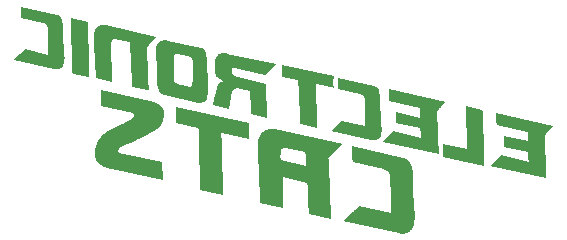
<source format=gbo>
G04 #@! TF.FileFunction,Legend,Bot*
%FSLAX46Y46*%
G04 Gerber Fmt 4.6, Leading zero omitted, Abs format (unit mm)*
G04 Created by KiCad (PCBNEW 4.0.7) date Monday, 02 July 2018 'PMt' 22:06:39*
%MOMM*%
%LPD*%
G01*
G04 APERTURE LIST*
%ADD10C,0.100000*%
G04 APERTURE END LIST*
D10*
G36*
X168670866Y-111736413D02*
X163839630Y-110651046D01*
X163840508Y-110751672D01*
X163841553Y-110846151D01*
X163842758Y-110934642D01*
X163844121Y-111017300D01*
X163845637Y-111094286D01*
X163847302Y-111165754D01*
X163849111Y-111231864D01*
X163851061Y-111292773D01*
X163853147Y-111348639D01*
X163855364Y-111399618D01*
X163857708Y-111445869D01*
X163860176Y-111487550D01*
X163862763Y-111524818D01*
X163865464Y-111557830D01*
X163868276Y-111586745D01*
X163871194Y-111611719D01*
X163874215Y-111632911D01*
X163877332Y-111650477D01*
X163880544Y-111664576D01*
X163883844Y-111675366D01*
X166477985Y-112257114D01*
X166482098Y-112271060D01*
X166486078Y-112289932D01*
X166489927Y-112313729D01*
X166493641Y-112342452D01*
X166497224Y-112376100D01*
X166500673Y-112414672D01*
X166503989Y-112458170D01*
X166507174Y-112506593D01*
X166510225Y-112559942D01*
X166513143Y-112618215D01*
X166515929Y-112681415D01*
X166518581Y-112749539D01*
X166521102Y-112822588D01*
X166523489Y-112900563D01*
X166525743Y-112983464D01*
X166527864Y-113071289D01*
X164480436Y-112637358D01*
X164488690Y-112735196D01*
X164495053Y-112827371D01*
X164499696Y-112913892D01*
X164502791Y-112994769D01*
X164504510Y-113070010D01*
X164505028Y-113139623D01*
X164504514Y-113203616D01*
X164503141Y-113262001D01*
X164501082Y-113314782D01*
X164498507Y-113361971D01*
X164495592Y-113403576D01*
X164492506Y-113439606D01*
X164489423Y-113470068D01*
X164486514Y-113494973D01*
X164483951Y-113514328D01*
X164481908Y-113528143D01*
X164480556Y-113536425D01*
X164480067Y-113539183D01*
X166527496Y-113973115D01*
X166527690Y-113976295D01*
X166528274Y-113985836D01*
X166529249Y-114001738D01*
X166530613Y-114024001D01*
X166532366Y-114052624D01*
X166534509Y-114087608D01*
X166537043Y-114128953D01*
X166539966Y-114176658D01*
X166543278Y-114230725D01*
X166546980Y-114291152D01*
X166551071Y-114357939D01*
X166555553Y-114431088D01*
X166560424Y-114510597D01*
X166565685Y-114596467D01*
X166571335Y-114688698D01*
X166577376Y-114787289D01*
X164245445Y-114248826D01*
X163335656Y-115134849D01*
X168072057Y-116185373D01*
X168074086Y-116181003D01*
X168075925Y-116175298D01*
X168077579Y-116168255D01*
X168079053Y-116159877D01*
X168080349Y-116150158D01*
X168081472Y-116139101D01*
X168082424Y-116126700D01*
X168083209Y-116112958D01*
X168083833Y-116097871D01*
X168084296Y-116081438D01*
X168084604Y-116063660D01*
X168084761Y-116044532D01*
X168084768Y-116024055D01*
X168084632Y-116002227D01*
X168084354Y-115979048D01*
X168083939Y-115954515D01*
X168083391Y-115928627D01*
X168082712Y-115901382D01*
X168081907Y-115872781D01*
X168080979Y-115842820D01*
X168079933Y-115811500D01*
X168078771Y-115778818D01*
X168077497Y-115744773D01*
X168076114Y-115709365D01*
X168074628Y-115672590D01*
X168073040Y-115634449D01*
X168071356Y-115594941D01*
X168069578Y-115554061D01*
X168067710Y-115511812D01*
X168065756Y-115468191D01*
X168063719Y-115423196D01*
X168061603Y-115376826D01*
X168059412Y-115329081D01*
X168057150Y-115279959D01*
X168054819Y-115229457D01*
X168052424Y-115177575D01*
X168049969Y-115124312D01*
X168047455Y-115069667D01*
X168044889Y-115013637D01*
X168042273Y-114956222D01*
X168039611Y-114897420D01*
X168036907Y-114837230D01*
X168034164Y-114775652D01*
X168031385Y-114712682D01*
X168028576Y-114648320D01*
X168025738Y-114582565D01*
X168022876Y-114515415D01*
X168019993Y-114446870D01*
X168017093Y-114376927D01*
X168014181Y-114305586D01*
X168011259Y-114232844D01*
X168008330Y-114158702D01*
X168005400Y-114083156D01*
X168002470Y-114006206D01*
X167999545Y-113927852D01*
X167996630Y-113848091D01*
X167993727Y-113766922D01*
X167990840Y-113684344D01*
X167987971Y-113600355D01*
X167985126Y-113514954D01*
X167982308Y-113428141D01*
X167979521Y-113339912D01*
X167976768Y-113250267D01*
X167974052Y-113159206D01*
X167971378Y-113066726D01*
X167968750Y-112972825D01*
X167966169Y-112877504D01*
X167963642Y-112780760D01*
X167961169Y-112682593D01*
X167958758Y-112583000D01*
X167956409Y-112481981D01*
X168015503Y-112421774D01*
X168073074Y-112363963D01*
X168128967Y-112308561D01*
X168183027Y-112255580D01*
X168235097Y-112205029D01*
X168285022Y-112156922D01*
X168332648Y-112111269D01*
X168377818Y-112068084D01*
X168420377Y-112027376D01*
X168460170Y-111989158D01*
X168497042Y-111953441D01*
X168530837Y-111920238D01*
X168561398Y-111889559D01*
X168588571Y-111861416D01*
X168612202Y-111835822D01*
X168632133Y-111812788D01*
X168648210Y-111792324D01*
X168660277Y-111774442D01*
X168668179Y-111759157D01*
X168671760Y-111746476D01*
X168670866Y-111736413D01*
X168670866Y-111736413D01*
G37*
G36*
X161245489Y-110069297D02*
X161338846Y-113711443D01*
X159291417Y-113277511D01*
X159295876Y-113354199D01*
X159299792Y-113429107D01*
X159303232Y-113502122D01*
X159306262Y-113573129D01*
X159308944Y-113642015D01*
X159311346Y-113708667D01*
X159313532Y-113772970D01*
X159315567Y-113834813D01*
X159317516Y-113894080D01*
X159319445Y-113950658D01*
X159321419Y-114004434D01*
X159323502Y-114055294D01*
X159325759Y-114103124D01*
X159328256Y-114147811D01*
X159331059Y-114189242D01*
X159334231Y-114227304D01*
X159337840Y-114261880D01*
X159341947Y-114292859D01*
X159346621Y-114320128D01*
X159351925Y-114343572D01*
X159357925Y-114363078D01*
X162833528Y-115109526D01*
X162833526Y-115108936D01*
X162833519Y-115107166D01*
X162833506Y-115104216D01*
X162833486Y-115100088D01*
X162833457Y-115094781D01*
X162833419Y-115088295D01*
X162833370Y-115080632D01*
X162833309Y-115071791D01*
X162833235Y-115061774D01*
X162833147Y-115050580D01*
X162833042Y-115038210D01*
X162832922Y-115024665D01*
X162832782Y-115009944D01*
X162832624Y-114994048D01*
X162832446Y-114976979D01*
X162832246Y-114958735D01*
X162832022Y-114939318D01*
X162831776Y-114918728D01*
X162831505Y-114896965D01*
X162831205Y-114874030D01*
X162830880Y-114849925D01*
X162830525Y-114824647D01*
X162830141Y-114798198D01*
X162829726Y-114770580D01*
X162829277Y-114741791D01*
X162828796Y-114711833D01*
X162828281Y-114680705D01*
X162827729Y-114648409D01*
X162827140Y-114614945D01*
X162826512Y-114580313D01*
X162825846Y-114544514D01*
X162825138Y-114507548D01*
X162824389Y-114469415D01*
X162823596Y-114430117D01*
X162822760Y-114389652D01*
X162821877Y-114348023D01*
X162820949Y-114305228D01*
X162819973Y-114261270D01*
X162818947Y-114216148D01*
X162817872Y-114169862D01*
X162816744Y-114122413D01*
X162815564Y-114073802D01*
X162814331Y-114024028D01*
X162813042Y-113973093D01*
X162811697Y-113920998D01*
X162810296Y-113867740D01*
X162808835Y-113813323D01*
X162807315Y-113757745D01*
X162805733Y-113701009D01*
X162804089Y-113643112D01*
X162802382Y-113584058D01*
X162800610Y-113523844D01*
X162798774Y-113462473D01*
X162796869Y-113399946D01*
X162794896Y-113336261D01*
X162792855Y-113271420D01*
X162790743Y-113205422D01*
X162788559Y-113138269D01*
X162786302Y-113069960D01*
X162783972Y-113000497D01*
X162781565Y-112929881D01*
X162779082Y-112858110D01*
X162776522Y-112785184D01*
X162773883Y-112711107D01*
X162771164Y-112635877D01*
X162768363Y-112559495D01*
X162765480Y-112481961D01*
X162762513Y-112403276D01*
X162759461Y-112323440D01*
X162756324Y-112242454D01*
X162753099Y-112160317D01*
X162749786Y-112077032D01*
X162746383Y-111992596D01*
X162742890Y-111907013D01*
X162739304Y-111820281D01*
X162735625Y-111732401D01*
X162731851Y-111643375D01*
X162727983Y-111553201D01*
X162724017Y-111461880D01*
X162719953Y-111369413D01*
X162715790Y-111275802D01*
X162711528Y-111181045D01*
X162707163Y-111085143D01*
X162702695Y-110988097D01*
X162698123Y-110889907D01*
X162693447Y-110790574D01*
X162688664Y-110690097D01*
X162683773Y-110588478D01*
X162678774Y-110485717D01*
X162673665Y-110381814D01*
X161245489Y-110069297D01*
X161245489Y-110069297D01*
G37*
G36*
X159555105Y-109713495D02*
X154723870Y-108628127D01*
X154724748Y-108728754D01*
X154725793Y-108823233D01*
X154726998Y-108911724D01*
X154728361Y-108994382D01*
X154729877Y-109071368D01*
X154731542Y-109142836D01*
X154733351Y-109208945D01*
X154735301Y-109269855D01*
X154737385Y-109325720D01*
X154739603Y-109376700D01*
X154741947Y-109422951D01*
X154744415Y-109464632D01*
X154747002Y-109501900D01*
X154749704Y-109534911D01*
X154752516Y-109563825D01*
X154755434Y-109588801D01*
X154758454Y-109609992D01*
X154761572Y-109627559D01*
X154764784Y-109641657D01*
X154768084Y-109652447D01*
X157362224Y-110234196D01*
X157366337Y-110248142D01*
X157370318Y-110267014D01*
X157374166Y-110290811D01*
X157377881Y-110319532D01*
X157381463Y-110353180D01*
X157384912Y-110391753D01*
X157388229Y-110435252D01*
X157391413Y-110483675D01*
X157394464Y-110537023D01*
X157397383Y-110595297D01*
X157400168Y-110658496D01*
X157402821Y-110726621D01*
X157405340Y-110799670D01*
X157407728Y-110877645D01*
X157409983Y-110960545D01*
X157412104Y-111048371D01*
X155364675Y-110614439D01*
X155372930Y-110712277D01*
X155379292Y-110804452D01*
X155383935Y-110890974D01*
X155387031Y-110971851D01*
X155388750Y-111047091D01*
X155389267Y-111116704D01*
X155388752Y-111180698D01*
X155387380Y-111239081D01*
X155385320Y-111291864D01*
X155382747Y-111339053D01*
X155379831Y-111380657D01*
X155376745Y-111416688D01*
X155373662Y-111447150D01*
X155370754Y-111472054D01*
X155368191Y-111491410D01*
X155366147Y-111505224D01*
X155364796Y-111513505D01*
X155364307Y-111516264D01*
X157411735Y-111950196D01*
X157411929Y-111953376D01*
X157412514Y-111962917D01*
X157413488Y-111978819D01*
X157414852Y-112001082D01*
X157416605Y-112029705D01*
X157418749Y-112064689D01*
X157421282Y-112106035D01*
X157424205Y-112153740D01*
X157427516Y-112207806D01*
X157431219Y-112268233D01*
X157435311Y-112335021D01*
X157439792Y-112408170D01*
X157444664Y-112487678D01*
X157449924Y-112573549D01*
X157455575Y-112665779D01*
X157461615Y-112764370D01*
X155129684Y-112225907D01*
X154219894Y-113111931D01*
X158956297Y-114162455D01*
X158958325Y-114158084D01*
X158960164Y-114152379D01*
X158961819Y-114145337D01*
X158963292Y-114136958D01*
X158964589Y-114127240D01*
X158965711Y-114116181D01*
X158966663Y-114103782D01*
X158967449Y-114090040D01*
X158968072Y-114074952D01*
X158968535Y-114058520D01*
X158968843Y-114040740D01*
X158969000Y-114021613D01*
X158969007Y-114001137D01*
X158968871Y-113979309D01*
X158968594Y-113956129D01*
X158968179Y-113931596D01*
X158967629Y-113905708D01*
X158966952Y-113878464D01*
X158966147Y-113849862D01*
X158965219Y-113819902D01*
X158964172Y-113788581D01*
X158963010Y-113755899D01*
X158961735Y-113721854D01*
X158960353Y-113686446D01*
X158958867Y-113649671D01*
X158957280Y-113611531D01*
X158955595Y-113572021D01*
X158953818Y-113531143D01*
X158951949Y-113488893D01*
X158949995Y-113445272D01*
X158947959Y-113400278D01*
X158945843Y-113353908D01*
X158943652Y-113306163D01*
X158941389Y-113257039D01*
X158939058Y-113206538D01*
X158936663Y-113154656D01*
X158934208Y-113101394D01*
X158931695Y-113046748D01*
X158929129Y-112990719D01*
X158926513Y-112933304D01*
X158923851Y-112874502D01*
X158921147Y-112814312D01*
X158918403Y-112752733D01*
X158915625Y-112689763D01*
X158912815Y-112625402D01*
X158909978Y-112559647D01*
X158907115Y-112492497D01*
X158904232Y-112423951D01*
X158901333Y-112354009D01*
X158898420Y-112282667D01*
X158895498Y-112209926D01*
X158892570Y-112135783D01*
X158889639Y-112060238D01*
X158886710Y-111983288D01*
X158883785Y-111904934D01*
X158880869Y-111825172D01*
X158877965Y-111744003D01*
X158875078Y-111661426D01*
X158872210Y-111577437D01*
X158869366Y-111492036D01*
X158866548Y-111405221D01*
X158863761Y-111316993D01*
X158861007Y-111227348D01*
X158858292Y-111136287D01*
X158855617Y-111043807D01*
X158852988Y-110949907D01*
X158850409Y-110854586D01*
X158847881Y-110757842D01*
X158845409Y-110659674D01*
X158842997Y-110560081D01*
X158840648Y-110459062D01*
X158902499Y-110395471D01*
X158962378Y-110333742D01*
X159020157Y-110274026D01*
X159075703Y-110216476D01*
X159128889Y-110161241D01*
X159179584Y-110108473D01*
X159227658Y-110058324D01*
X159272983Y-110010944D01*
X159315427Y-109966486D01*
X159354861Y-109925100D01*
X159391156Y-109886937D01*
X159424180Y-109852149D01*
X159453806Y-109820888D01*
X159479902Y-109793303D01*
X159502340Y-109769548D01*
X159520989Y-109749772D01*
X159535720Y-109734129D01*
X159546404Y-109722767D01*
X159552908Y-109715838D01*
X159555105Y-109713495D01*
X159555105Y-109713495D01*
G37*
G36*
X153485362Y-108385299D02*
X150439345Y-107690577D01*
X150437112Y-107787639D01*
X150435726Y-107879722D01*
X150435102Y-107966793D01*
X150435160Y-108048824D01*
X150435814Y-108125784D01*
X150436985Y-108197641D01*
X150438586Y-108264366D01*
X150440535Y-108325929D01*
X150442751Y-108382298D01*
X150445149Y-108433443D01*
X150447648Y-108479334D01*
X150450162Y-108519940D01*
X150452610Y-108555231D01*
X150454910Y-108585176D01*
X150456977Y-108609745D01*
X150458730Y-108628907D01*
X150460084Y-108642633D01*
X150460958Y-108650890D01*
X150461267Y-108653650D01*
X152341319Y-109079139D01*
X152380041Y-109087397D01*
X152417447Y-109099152D01*
X152453395Y-109114349D01*
X152487743Y-109132939D01*
X152520350Y-109154867D01*
X152551071Y-109180082D01*
X152579767Y-109208533D01*
X152606293Y-109240165D01*
X152630509Y-109274927D01*
X152652270Y-109312767D01*
X152671437Y-109353632D01*
X152687865Y-109397471D01*
X152701413Y-109444231D01*
X152711939Y-109493860D01*
X152719301Y-109546305D01*
X152723356Y-109601515D01*
X152723961Y-109659436D01*
X152720974Y-109720017D01*
X152714255Y-109783206D01*
X152703660Y-109848950D01*
X152706820Y-109947662D01*
X152710040Y-110043625D01*
X152713306Y-110136852D01*
X152716603Y-110227355D01*
X152719915Y-110315151D01*
X152723230Y-110400252D01*
X152726532Y-110482669D01*
X152729807Y-110562418D01*
X152733040Y-110639513D01*
X152736216Y-110713965D01*
X152739321Y-110785791D01*
X152742342Y-110855002D01*
X152745262Y-110921611D01*
X152748067Y-110985634D01*
X152750742Y-111047081D01*
X152753275Y-111105970D01*
X152755649Y-111162311D01*
X152757850Y-111216119D01*
X152759864Y-111267407D01*
X152761677Y-111316188D01*
X152763273Y-111362477D01*
X152764638Y-111406287D01*
X152765757Y-111447630D01*
X152766616Y-111486521D01*
X152767201Y-111522973D01*
X152767497Y-111557001D01*
X152767488Y-111588617D01*
X152767162Y-111617833D01*
X152766503Y-111644666D01*
X152765496Y-111669126D01*
X152764128Y-111691230D01*
X152762383Y-111710990D01*
X152760248Y-111728418D01*
X152757706Y-111743529D01*
X152754745Y-111756337D01*
X152751350Y-111766853D01*
X152747505Y-111775094D01*
X150772618Y-111314760D01*
X150706258Y-111371869D01*
X150642460Y-111427353D01*
X150581217Y-111481188D01*
X150522520Y-111533350D01*
X150466360Y-111583816D01*
X150412730Y-111632564D01*
X150361619Y-111679568D01*
X150313020Y-111724805D01*
X150266924Y-111768252D01*
X150223322Y-111809887D01*
X150182207Y-111849684D01*
X150143569Y-111887621D01*
X150107400Y-111923673D01*
X150073692Y-111957818D01*
X150042434Y-111990031D01*
X150013621Y-112020291D01*
X149987242Y-112048572D01*
X149963288Y-112074851D01*
X149941753Y-112099105D01*
X149922626Y-112121310D01*
X149905900Y-112141443D01*
X149891566Y-112159480D01*
X149879615Y-112175399D01*
X149870038Y-112189174D01*
X149862828Y-112200783D01*
X153265889Y-112973634D01*
X153321403Y-112981057D01*
X153375601Y-112984864D01*
X153428531Y-112985188D01*
X153480242Y-112982166D01*
X153530784Y-112975928D01*
X153580204Y-112966611D01*
X153628552Y-112954347D01*
X153675877Y-112939271D01*
X153722227Y-112921517D01*
X153767650Y-112901218D01*
X153812196Y-112878507D01*
X153855914Y-112853521D01*
X153898852Y-112826391D01*
X153941058Y-112797254D01*
X153974542Y-112777298D01*
X153993300Y-112749385D01*
X154005366Y-112713920D01*
X154018773Y-112671308D01*
X154041557Y-112621953D01*
X154069515Y-112473055D01*
X154078547Y-112455544D01*
X154086809Y-112435874D01*
X154094314Y-112414042D01*
X154101075Y-112390041D01*
X154107105Y-112363868D01*
X154112417Y-112335517D01*
X154117026Y-112304985D01*
X154120944Y-112272265D01*
X154124185Y-112237354D01*
X154126762Y-112200245D01*
X154128687Y-112160935D01*
X154129975Y-112119419D01*
X154130638Y-112075691D01*
X154130691Y-112029747D01*
X154130147Y-111981583D01*
X154129018Y-111931193D01*
X154127316Y-111878571D01*
X154125057Y-111823716D01*
X154122254Y-111766619D01*
X154118920Y-111707278D01*
X154115067Y-111645686D01*
X154110710Y-111581840D01*
X154105861Y-111515734D01*
X154100534Y-111447363D01*
X154094742Y-111376724D01*
X154088499Y-111303811D01*
X154081816Y-111228618D01*
X154074709Y-111151142D01*
X154067190Y-111071377D01*
X154059274Y-110989319D01*
X154050971Y-110904962D01*
X154042297Y-110818303D01*
X154042193Y-110741732D01*
X154041825Y-110666616D01*
X154041204Y-110592952D01*
X154040340Y-110520734D01*
X154039243Y-110449962D01*
X154037922Y-110380628D01*
X154036388Y-110312732D01*
X154034652Y-110246268D01*
X154032723Y-110181233D01*
X154030612Y-110117623D01*
X154028327Y-110055435D01*
X154025881Y-109994665D01*
X154023283Y-109935309D01*
X154020543Y-109877365D01*
X154017671Y-109820826D01*
X154014678Y-109765691D01*
X154011573Y-109711955D01*
X154008367Y-109659615D01*
X154005070Y-109608667D01*
X154001691Y-109559107D01*
X153998242Y-109510932D01*
X153994732Y-109464139D01*
X153991172Y-109418723D01*
X153987571Y-109374679D01*
X153983940Y-109332006D01*
X153980289Y-109290699D01*
X153976629Y-109250755D01*
X153972968Y-109212169D01*
X153969317Y-109174939D01*
X153965687Y-109139060D01*
X153962088Y-109104530D01*
X153958529Y-109071342D01*
X153955022Y-109039495D01*
X153951575Y-109008985D01*
X153948201Y-108979808D01*
X153951365Y-108921510D01*
X153949816Y-108866283D01*
X153943800Y-108814109D01*
X153933564Y-108764969D01*
X153919354Y-108718846D01*
X153901418Y-108675721D01*
X153880002Y-108635574D01*
X153855353Y-108598388D01*
X153827719Y-108564145D01*
X153797345Y-108532824D01*
X153764478Y-108504410D01*
X153729367Y-108478882D01*
X153692256Y-108456222D01*
X153653394Y-108436411D01*
X153613027Y-108419432D01*
X153571401Y-108405266D01*
X153528764Y-108393895D01*
X153485362Y-108385299D01*
X153485362Y-108385299D01*
G37*
G36*
X150060008Y-107551200D02*
X145680650Y-106578805D01*
X145680416Y-106581492D01*
X145679786Y-106589524D01*
X145678870Y-106602863D01*
X145677776Y-106621468D01*
X145676612Y-106645301D01*
X145675489Y-106674321D01*
X145674514Y-106708489D01*
X145673797Y-106747766D01*
X145673445Y-106792112D01*
X145673568Y-106841486D01*
X145674276Y-106895851D01*
X145675676Y-106955165D01*
X145677877Y-107019390D01*
X145680988Y-107088484D01*
X145685119Y-107162411D01*
X145690377Y-107241130D01*
X145696872Y-107324599D01*
X145704712Y-107412782D01*
X145714007Y-107505637D01*
X145724865Y-107603125D01*
X147058206Y-107880798D01*
X147058601Y-107884226D01*
X147059750Y-107894410D01*
X147061597Y-107911202D01*
X147064089Y-107934450D01*
X147067171Y-107964006D01*
X147070789Y-107999720D01*
X147074890Y-108041443D01*
X147079416Y-108089025D01*
X147084314Y-108142315D01*
X147089531Y-108201165D01*
X147095012Y-108265425D01*
X147100701Y-108334946D01*
X147106545Y-108409578D01*
X147112489Y-108489171D01*
X147118479Y-108573574D01*
X147124460Y-108662641D01*
X147130378Y-108756220D01*
X147130400Y-108757175D01*
X147130469Y-108760040D01*
X147130585Y-108764812D01*
X147130754Y-108771492D01*
X147130976Y-108780079D01*
X147131255Y-108790570D01*
X147131594Y-108802966D01*
X147131993Y-108817267D01*
X147132457Y-108833469D01*
X147132988Y-108851573D01*
X147133590Y-108871578D01*
X147134263Y-108893482D01*
X147135010Y-108917286D01*
X147135836Y-108942987D01*
X147136742Y-108970585D01*
X147137730Y-109000079D01*
X147138804Y-109031468D01*
X147139965Y-109064751D01*
X147141218Y-109099927D01*
X147142563Y-109136996D01*
X147144004Y-109175955D01*
X147145544Y-109216805D01*
X147147185Y-109259544D01*
X147148928Y-109304171D01*
X147150779Y-109350687D01*
X147152739Y-109399087D01*
X147154810Y-109449374D01*
X147156995Y-109501546D01*
X147159297Y-109555600D01*
X147161718Y-109611538D01*
X147164262Y-109669356D01*
X147166929Y-109729056D01*
X147169724Y-109790635D01*
X147172648Y-109854094D01*
X147175706Y-109919430D01*
X147178898Y-109986643D01*
X147182228Y-110055732D01*
X147185698Y-110126696D01*
X147189311Y-110199534D01*
X147193070Y-110274245D01*
X147196977Y-110350828D01*
X147201033Y-110429283D01*
X147205245Y-110509607D01*
X147209611Y-110591801D01*
X147214137Y-110675863D01*
X147218824Y-110761793D01*
X147223674Y-110849589D01*
X147228691Y-110939250D01*
X147233876Y-111030777D01*
X147239234Y-111124166D01*
X147244766Y-111219418D01*
X147250474Y-111316532D01*
X147256363Y-111415507D01*
X147262433Y-111516342D01*
X147268688Y-111619034D01*
X148696863Y-111931551D01*
X148695912Y-111928265D01*
X148694941Y-111923583D01*
X148693950Y-111917504D01*
X148692940Y-111910029D01*
X148691912Y-111901156D01*
X148690863Y-111890889D01*
X148689796Y-111879224D01*
X148688708Y-111866163D01*
X148687602Y-111851705D01*
X148686477Y-111835852D01*
X148685331Y-111818601D01*
X148684167Y-111799955D01*
X148682983Y-111779912D01*
X148681780Y-111758473D01*
X148680557Y-111735637D01*
X148679315Y-111711404D01*
X148678055Y-111685776D01*
X148676774Y-111658751D01*
X148675474Y-111630329D01*
X148674154Y-111600512D01*
X148672816Y-111569297D01*
X148671458Y-111536687D01*
X148670081Y-111502679D01*
X148668684Y-111467275D01*
X148667268Y-111430475D01*
X148665833Y-111392279D01*
X148664379Y-111352686D01*
X148662903Y-111311697D01*
X148661411Y-111269311D01*
X148659898Y-111225529D01*
X148658366Y-111180351D01*
X148656815Y-111133777D01*
X148655244Y-111085805D01*
X148653653Y-111036438D01*
X148652044Y-110985674D01*
X148650415Y-110933513D01*
X148648767Y-110879956D01*
X148647099Y-110825003D01*
X148645412Y-110768653D01*
X148643706Y-110710907D01*
X148641980Y-110651764D01*
X148640236Y-110591226D01*
X148638471Y-110529290D01*
X148636688Y-110465959D01*
X148634885Y-110401230D01*
X148633062Y-110335106D01*
X148631220Y-110267585D01*
X148629360Y-110198668D01*
X148627479Y-110128354D01*
X148625579Y-110056644D01*
X148623660Y-109983537D01*
X148621722Y-109909034D01*
X148619764Y-109833134D01*
X148617787Y-109755839D01*
X148615790Y-109677146D01*
X148613774Y-109597058D01*
X148611739Y-109515573D01*
X148609685Y-109432691D01*
X148607610Y-109348414D01*
X148605518Y-109262739D01*
X148603405Y-109175668D01*
X148601273Y-109087201D01*
X148599121Y-108997338D01*
X148596951Y-108906078D01*
X148594761Y-108813422D01*
X148592551Y-108719369D01*
X148590323Y-108623919D01*
X148588075Y-108527075D01*
X148585807Y-108428832D01*
X148583521Y-108329194D01*
X148581215Y-108228159D01*
X148653756Y-108201756D01*
X150176765Y-108549117D01*
X150155298Y-108546163D01*
X150136439Y-108539562D01*
X150120028Y-108529257D01*
X150105903Y-108515188D01*
X150093907Y-108497297D01*
X150083875Y-108475524D01*
X150075651Y-108449810D01*
X150069071Y-108420097D01*
X150063979Y-108386326D01*
X150060210Y-108348438D01*
X150057607Y-108306373D01*
X150056009Y-108260075D01*
X150055254Y-108209482D01*
X150055184Y-108154535D01*
X150055637Y-108095178D01*
X150056454Y-108031350D01*
X150057475Y-107962992D01*
X150058537Y-107890046D01*
X150059482Y-107812453D01*
X150060150Y-107730153D01*
X150060378Y-107643088D01*
X150060008Y-107551200D01*
X150060008Y-107551200D01*
G37*
G36*
X145156230Y-106492236D02*
X141061374Y-105624373D01*
X141002296Y-105612492D01*
X140944140Y-105602915D01*
X140887007Y-105595677D01*
X140830991Y-105590817D01*
X140776191Y-105588368D01*
X140722704Y-105588366D01*
X140670629Y-105590848D01*
X140620062Y-105595849D01*
X140571101Y-105603405D01*
X140523844Y-105613553D01*
X140478388Y-105626327D01*
X140434832Y-105641764D01*
X140393271Y-105659900D01*
X140353804Y-105680770D01*
X140316529Y-105704410D01*
X140281544Y-105730857D01*
X140248944Y-105760146D01*
X140218830Y-105792313D01*
X140186942Y-105838322D01*
X140155326Y-105874243D01*
X140129604Y-105904691D01*
X140115398Y-105934277D01*
X140118330Y-105967613D01*
X140068081Y-106055263D01*
X140065045Y-106072930D01*
X140062160Y-106092869D01*
X140059438Y-106115115D01*
X140056895Y-106139707D01*
X140054542Y-106166683D01*
X140052394Y-106196078D01*
X140050466Y-106227932D01*
X140048768Y-106262281D01*
X140047317Y-106299161D01*
X140046125Y-106338611D01*
X140045205Y-106380669D01*
X140044571Y-106425372D01*
X140044238Y-106472755D01*
X140044218Y-106522858D01*
X140044524Y-106575718D01*
X140045173Y-106631370D01*
X140046175Y-106689855D01*
X140047545Y-106751208D01*
X140049296Y-106815466D01*
X140051443Y-106882668D01*
X140053999Y-106952850D01*
X140056976Y-107026050D01*
X140060389Y-107102306D01*
X140064252Y-107181653D01*
X140068578Y-107264130D01*
X140073380Y-107349775D01*
X140078673Y-107438624D01*
X140091989Y-107470526D01*
X140108373Y-107501482D01*
X140127878Y-107531639D01*
X140150557Y-107561149D01*
X140176467Y-107590162D01*
X140205661Y-107618826D01*
X140238194Y-107647292D01*
X140274120Y-107675708D01*
X140313494Y-107704224D01*
X140356371Y-107732991D01*
X140402803Y-107762157D01*
X140452846Y-107791872D01*
X140506556Y-107822287D01*
X140563985Y-107853550D01*
X140625189Y-107885811D01*
X140690221Y-107919220D01*
X140759137Y-107953925D01*
X140689601Y-107979314D01*
X140626014Y-108003019D01*
X140568278Y-108025560D01*
X140516296Y-108047450D01*
X140469971Y-108069208D01*
X140429204Y-108091350D01*
X140393901Y-108114396D01*
X140363964Y-108138859D01*
X140339295Y-108165258D01*
X140319797Y-108194110D01*
X140305374Y-108225932D01*
X140295929Y-108261241D01*
X140277947Y-108270355D01*
X140248799Y-108298946D01*
X140245679Y-108348891D01*
X140228542Y-108406946D01*
X140211698Y-108464488D01*
X140195149Y-108521515D01*
X140178895Y-108578030D01*
X140162935Y-108634031D01*
X140147270Y-108689518D01*
X140131899Y-108744491D01*
X140116822Y-108798951D01*
X140102040Y-108852897D01*
X140087551Y-108906330D01*
X140073359Y-108959249D01*
X140059459Y-109011655D01*
X140045855Y-109063547D01*
X140032545Y-109114926D01*
X140019529Y-109165791D01*
X140006808Y-109216142D01*
X139994381Y-109265980D01*
X139982249Y-109315304D01*
X139970412Y-109364115D01*
X139958868Y-109412412D01*
X139947619Y-109460196D01*
X139936664Y-109507465D01*
X139926004Y-109554222D01*
X139915639Y-109600464D01*
X139905567Y-109646193D01*
X139895791Y-109691409D01*
X139886308Y-109736111D01*
X139877120Y-109780299D01*
X139868226Y-109823974D01*
X139859627Y-109867136D01*
X139851322Y-109909784D01*
X139843312Y-109951918D01*
X141198945Y-110290838D01*
X141478521Y-108801864D01*
X141509985Y-108752888D01*
X141543992Y-108710893D01*
X141580406Y-108675514D01*
X141619094Y-108646381D01*
X141659921Y-108623128D01*
X141702755Y-108605388D01*
X141747462Y-108592792D01*
X141793907Y-108584974D01*
X141841958Y-108581565D01*
X141891479Y-108582199D01*
X142962611Y-108816586D01*
X142962967Y-108819656D01*
X142964021Y-108828822D01*
X142965750Y-108844022D01*
X142968131Y-108865194D01*
X142971141Y-108892273D01*
X142974757Y-108925197D01*
X142978957Y-108963904D01*
X142983716Y-109008328D01*
X142989013Y-109058409D01*
X142994824Y-109114083D01*
X143001126Y-109175287D01*
X143007897Y-109241958D01*
X143015113Y-109314032D01*
X143022752Y-109391447D01*
X143030791Y-109474140D01*
X143039207Y-109562048D01*
X143047975Y-109655107D01*
X143057075Y-109753256D01*
X143055690Y-109818883D01*
X143055057Y-109883024D01*
X143055093Y-109945647D01*
X143055715Y-110006722D01*
X143056840Y-110066218D01*
X143058387Y-110124105D01*
X143060270Y-110180352D01*
X143062409Y-110234929D01*
X143064719Y-110287805D01*
X143067117Y-110338950D01*
X143069520Y-110388334D01*
X143071847Y-110435925D01*
X143074014Y-110481695D01*
X143075936Y-110525611D01*
X143077533Y-110567642D01*
X143078720Y-110607762D01*
X143079415Y-110645935D01*
X143079535Y-110682134D01*
X143078998Y-110716328D01*
X144434631Y-111055248D01*
X144368863Y-108166031D01*
X141942098Y-107592723D01*
X141868902Y-107574801D01*
X141802257Y-107554645D01*
X141742055Y-107532448D01*
X141688185Y-107508402D01*
X141640538Y-107482697D01*
X141599002Y-107455525D01*
X141563471Y-107427079D01*
X141533831Y-107397549D01*
X141509975Y-107367128D01*
X141491792Y-107336007D01*
X141479173Y-107304378D01*
X141472006Y-107272432D01*
X141470184Y-107240362D01*
X141473594Y-107208358D01*
X141456967Y-106936966D01*
X141480080Y-106903075D01*
X141507190Y-106876221D01*
X141539568Y-106855943D01*
X141578483Y-106841780D01*
X141625202Y-106833268D01*
X141680997Y-106829947D01*
X141747135Y-106831353D01*
X143459811Y-107248403D01*
X143496230Y-107261175D01*
X143534381Y-107273418D01*
X143574297Y-107285222D01*
X143616013Y-107296676D01*
X143659558Y-107307870D01*
X143704967Y-107318894D01*
X143752272Y-107329836D01*
X143801506Y-107340789D01*
X143852701Y-107351841D01*
X143905891Y-107363080D01*
X143961108Y-107374599D01*
X144018383Y-107386485D01*
X144077750Y-107398829D01*
X144139243Y-107411721D01*
X144202893Y-107425250D01*
X144268733Y-107439505D01*
X145156230Y-106492236D01*
X145156230Y-106492236D01*
G37*
G36*
X138824278Y-105120753D02*
X136731002Y-105630889D01*
X136772432Y-105624278D01*
X136818866Y-105622125D01*
X136871314Y-105623491D01*
X137775069Y-105849438D01*
X137814866Y-105865166D01*
X137852928Y-105882559D01*
X137889188Y-105901732D01*
X137923583Y-105922797D01*
X137956046Y-105945867D01*
X137986513Y-105971058D01*
X138014919Y-105998481D01*
X138041198Y-106028251D01*
X138065285Y-106060482D01*
X138087117Y-106095286D01*
X138106626Y-106132778D01*
X138123749Y-106173071D01*
X138138420Y-106216279D01*
X138150573Y-106262515D01*
X138160145Y-106311893D01*
X138167069Y-106364526D01*
X138171281Y-106420528D01*
X138172715Y-106480012D01*
X138171307Y-106543092D01*
X138166990Y-106609883D01*
X138159701Y-106680495D01*
X138155059Y-106774857D01*
X138150907Y-106866427D01*
X138147210Y-106955204D01*
X138143936Y-107041189D01*
X138141051Y-107124377D01*
X138138522Y-107204767D01*
X138136314Y-107282359D01*
X138134393Y-107357150D01*
X138132726Y-107429139D01*
X138131280Y-107498323D01*
X138130020Y-107564701D01*
X138128913Y-107628272D01*
X138127925Y-107689034D01*
X138127022Y-107746983D01*
X138126172Y-107802121D01*
X138125339Y-107854445D01*
X138124491Y-107903951D01*
X138123592Y-107950640D01*
X138122611Y-107994510D01*
X138121513Y-108035558D01*
X138120265Y-108073784D01*
X138118832Y-108109185D01*
X138117182Y-108141760D01*
X138115280Y-108171506D01*
X138113092Y-108198422D01*
X138110586Y-108222508D01*
X138107726Y-108243761D01*
X138104480Y-108262178D01*
X138100813Y-108277759D01*
X138096694Y-108290502D01*
X138092085Y-108300405D01*
X138082218Y-108334422D01*
X138066696Y-108362309D01*
X138045673Y-108384490D01*
X138019307Y-108401392D01*
X137987751Y-108413440D01*
X137951159Y-108421059D01*
X137909687Y-108424673D01*
X137863490Y-108424709D01*
X137812722Y-108421592D01*
X137757538Y-108415747D01*
X137698094Y-108407600D01*
X137634543Y-108397576D01*
X137182665Y-108284603D01*
X137116687Y-108267503D01*
X137054327Y-108250022D01*
X136995609Y-108232049D01*
X136940553Y-108213471D01*
X136889178Y-108194178D01*
X136841508Y-108174057D01*
X136797562Y-108152996D01*
X136757362Y-108130883D01*
X136720928Y-108107608D01*
X136688282Y-108083059D01*
X136659443Y-108057123D01*
X136634435Y-108029689D01*
X136613277Y-108000647D01*
X136595991Y-107969882D01*
X136582596Y-107937286D01*
X136573114Y-107902744D01*
X136567568Y-107866146D01*
X136565976Y-107827381D01*
X136568361Y-107786336D01*
X136574742Y-107742899D01*
X136569084Y-107672455D01*
X136563805Y-107603080D01*
X136558895Y-107534772D01*
X136554342Y-107467524D01*
X136550134Y-107401334D01*
X136546261Y-107336197D01*
X136542713Y-107272108D01*
X136539475Y-107209065D01*
X136536539Y-107147062D01*
X136533893Y-107086095D01*
X136531524Y-107026162D01*
X136529424Y-106967257D01*
X136527579Y-106909375D01*
X136525979Y-106852514D01*
X136524612Y-106796669D01*
X136523468Y-106741835D01*
X136522535Y-106688010D01*
X136521801Y-106635188D01*
X136521257Y-106583364D01*
X136520890Y-106532538D01*
X136520688Y-106482701D01*
X136520642Y-106433852D01*
X136520739Y-106385986D01*
X136520969Y-106339099D01*
X136521320Y-106293186D01*
X136521781Y-106248244D01*
X136522341Y-106204267D01*
X136522988Y-106161254D01*
X136523711Y-106119198D01*
X136524500Y-106078098D01*
X136525342Y-106037946D01*
X136526227Y-105998740D01*
X136527143Y-105960476D01*
X136528079Y-105923150D01*
X136529025Y-105886757D01*
X136529968Y-105851293D01*
X136530897Y-105816754D01*
X136563530Y-105763679D01*
X136595102Y-105720694D01*
X136626625Y-105686862D01*
X136659109Y-105661243D01*
X136693564Y-105642898D01*
X136731002Y-105630889D01*
X138824278Y-105120753D01*
X136062762Y-104530564D01*
X135999208Y-104523541D01*
X135937445Y-104518051D01*
X135877505Y-104514187D01*
X135819423Y-104512039D01*
X135763231Y-104511700D01*
X135708962Y-104513262D01*
X135656653Y-104516817D01*
X135606334Y-104522456D01*
X135558038Y-104530271D01*
X135511802Y-104540355D01*
X135467655Y-104552798D01*
X135425635Y-104567694D01*
X135385771Y-104585133D01*
X135348100Y-104605208D01*
X135312654Y-104628012D01*
X135279467Y-104653634D01*
X135248570Y-104682167D01*
X135219999Y-104713703D01*
X135193787Y-104748335D01*
X135169968Y-104786153D01*
X135124700Y-104820612D01*
X135116625Y-104856947D01*
X135119718Y-104873804D01*
X135109717Y-104893032D01*
X135100492Y-104914451D01*
X135092027Y-104938068D01*
X135084303Y-104963889D01*
X135077304Y-104991922D01*
X135071010Y-105022171D01*
X135065405Y-105054644D01*
X135060470Y-105089348D01*
X135056188Y-105126288D01*
X135052539Y-105165471D01*
X135049508Y-105206904D01*
X135047075Y-105250594D01*
X135045224Y-105296547D01*
X135043936Y-105344767D01*
X135043192Y-105395265D01*
X135042977Y-105448045D01*
X135043271Y-105503113D01*
X135044058Y-105560476D01*
X135045318Y-105620141D01*
X135047034Y-105682114D01*
X135049188Y-105746403D01*
X135051763Y-105813012D01*
X135054741Y-105881949D01*
X135058103Y-105953220D01*
X135061832Y-106026831D01*
X135065910Y-106102790D01*
X135070320Y-106181103D01*
X135075042Y-106261776D01*
X135080060Y-106344815D01*
X135080793Y-106436106D01*
X135081582Y-106525530D01*
X135082434Y-106613093D01*
X135083354Y-106698793D01*
X135084351Y-106782635D01*
X135085428Y-106864619D01*
X135086594Y-106944750D01*
X135087854Y-107023029D01*
X135089214Y-107099459D01*
X135090681Y-107174041D01*
X135092261Y-107246779D01*
X135093958Y-107317673D01*
X135095782Y-107386727D01*
X135097737Y-107453943D01*
X135099831Y-107519323D01*
X135102068Y-107582869D01*
X135104455Y-107644585D01*
X135106998Y-107704471D01*
X135109705Y-107762531D01*
X135112580Y-107818766D01*
X135115632Y-107873180D01*
X135118864Y-107925773D01*
X135122283Y-107976549D01*
X135125898Y-108025510D01*
X135129713Y-108072658D01*
X135133733Y-108117995D01*
X135137966Y-108161524D01*
X135142419Y-108203247D01*
X135147096Y-108243166D01*
X135152005Y-108281284D01*
X135157152Y-108317603D01*
X135162542Y-108352126D01*
X135168184Y-108384853D01*
X135174080Y-108415787D01*
X135180240Y-108444933D01*
X135186669Y-108472291D01*
X135193372Y-108497863D01*
X135200358Y-108521652D01*
X135207631Y-108543660D01*
X135215198Y-108563890D01*
X135223065Y-108582344D01*
X135231238Y-108599024D01*
X135239724Y-108613933D01*
X135248529Y-108627072D01*
X135257659Y-108638444D01*
X135278909Y-108694126D01*
X135300953Y-108746370D01*
X135323929Y-108795226D01*
X135347978Y-108840746D01*
X135373239Y-108882981D01*
X135399848Y-108921980D01*
X135427946Y-108957796D01*
X135457672Y-108990479D01*
X135489165Y-109020082D01*
X135522563Y-109046653D01*
X135558006Y-109070246D01*
X135595632Y-109090909D01*
X135635580Y-109108696D01*
X135677989Y-109123656D01*
X135722999Y-109135842D01*
X135770748Y-109145302D01*
X138554555Y-109796740D01*
X138610069Y-109804162D01*
X138664267Y-109807969D01*
X138717197Y-109808294D01*
X138768908Y-109805271D01*
X138819450Y-109799034D01*
X138868870Y-109789716D01*
X138917218Y-109777452D01*
X138964543Y-109762376D01*
X139010893Y-109744622D01*
X139056316Y-109724322D01*
X139100862Y-109701613D01*
X139144580Y-109676626D01*
X139187518Y-109649497D01*
X139229724Y-109620359D01*
X139263209Y-109600403D01*
X139281966Y-109572491D01*
X139294032Y-109537025D01*
X139307440Y-109494412D01*
X139330223Y-109445059D01*
X139358181Y-109296161D01*
X139361508Y-109278388D01*
X139365238Y-109258143D01*
X139369311Y-109235404D01*
X139373672Y-109210150D01*
X139378261Y-109182360D01*
X139383022Y-109152014D01*
X139387896Y-109119088D01*
X139392825Y-109083564D01*
X139397752Y-109045418D01*
X139402619Y-109004630D01*
X139407367Y-108961178D01*
X139411941Y-108915043D01*
X139416281Y-108866201D01*
X139420329Y-108814631D01*
X139424028Y-108760313D01*
X139427320Y-108703227D01*
X139430147Y-108643349D01*
X139432452Y-108580659D01*
X139434175Y-108515135D01*
X139435261Y-108446757D01*
X139435651Y-108375503D01*
X139435286Y-108301352D01*
X139434110Y-108224282D01*
X139432064Y-108144273D01*
X139429090Y-108061303D01*
X139425132Y-107975352D01*
X139420131Y-107886396D01*
X139415939Y-107796879D01*
X139411849Y-107709125D01*
X139407858Y-107623136D01*
X139403957Y-107538915D01*
X139400141Y-107456462D01*
X139396408Y-107375781D01*
X139392748Y-107296873D01*
X139389159Y-107219741D01*
X139385633Y-107144387D01*
X139382166Y-107070810D01*
X139378753Y-106999016D01*
X139375386Y-106929004D01*
X139372062Y-106860779D01*
X139368776Y-106794340D01*
X139365520Y-106729690D01*
X139362289Y-106666832D01*
X139359080Y-106605767D01*
X139355885Y-106546496D01*
X139352700Y-106489023D01*
X139349518Y-106433350D01*
X139346335Y-106379478D01*
X139343144Y-106327409D01*
X139339941Y-106277144D01*
X139336721Y-106228687D01*
X139333477Y-106182040D01*
X139330204Y-106137203D01*
X139326896Y-106094180D01*
X139323548Y-106052972D01*
X139320155Y-106013580D01*
X139316712Y-105976007D01*
X139313211Y-105940257D01*
X139309649Y-105906329D01*
X139306021Y-105874226D01*
X139302318Y-105843950D01*
X139298538Y-105815504D01*
X139294675Y-105788888D01*
X139290722Y-105764105D01*
X139286674Y-105741158D01*
X139282527Y-105720047D01*
X139278273Y-105700776D01*
X139273908Y-105683345D01*
X139269428Y-105667758D01*
X139264825Y-105654016D01*
X139256344Y-105593685D01*
X139245475Y-105537374D01*
X139232186Y-105484992D01*
X139216444Y-105436449D01*
X139198214Y-105391655D01*
X139177467Y-105350523D01*
X139154169Y-105312960D01*
X139128286Y-105278877D01*
X139099786Y-105248185D01*
X139068636Y-105220795D01*
X139034806Y-105196617D01*
X138998260Y-105175559D01*
X138958967Y-105157534D01*
X138916894Y-105142452D01*
X138872009Y-105130221D01*
X138824278Y-105120753D01*
X138824278Y-105120753D01*
G37*
G36*
X135041880Y-104208526D02*
X130829898Y-103244572D01*
X130769405Y-103230886D01*
X130711115Y-103220581D01*
X130654950Y-103213568D01*
X130600829Y-103209756D01*
X130548676Y-103209060D01*
X130498410Y-103211390D01*
X130449954Y-103216657D01*
X130403230Y-103224771D01*
X130358157Y-103235646D01*
X130314659Y-103249192D01*
X130272655Y-103265319D01*
X130232070Y-103283941D01*
X130192823Y-103304968D01*
X130154835Y-103328311D01*
X130118028Y-103353883D01*
X130082323Y-103381593D01*
X130047643Y-103411354D01*
X130013909Y-103443077D01*
X129981041Y-103476672D01*
X129948962Y-103512053D01*
X129917592Y-103549129D01*
X129886854Y-103587812D01*
X129836605Y-103675462D01*
X129833196Y-103695489D01*
X129829961Y-103718341D01*
X129826899Y-103744020D01*
X129824011Y-103772527D01*
X129821296Y-103803860D01*
X129818753Y-103838021D01*
X129816385Y-103875009D01*
X129814189Y-103914824D01*
X129812166Y-103957465D01*
X129810317Y-104002934D01*
X129808641Y-104051230D01*
X129807138Y-104102352D01*
X129805808Y-104156302D01*
X129804652Y-104213079D01*
X129803668Y-104272682D01*
X129802858Y-104335113D01*
X129802221Y-104400370D01*
X129801757Y-104468455D01*
X129801467Y-104539367D01*
X129801350Y-104613105D01*
X129801406Y-104689671D01*
X129801634Y-104769064D01*
X129802037Y-104851283D01*
X129802613Y-104936330D01*
X129918630Y-107737897D01*
X131346805Y-108050414D01*
X131247783Y-104618413D01*
X131298033Y-104530762D01*
X131321145Y-104496872D01*
X131348255Y-104470018D01*
X131380633Y-104449740D01*
X131419548Y-104435576D01*
X131466268Y-104427064D01*
X131522062Y-104423744D01*
X131588200Y-104425150D01*
X132826707Y-104667979D01*
X132829137Y-104676645D01*
X132831308Y-104688531D01*
X132833261Y-104703668D01*
X132835035Y-104722091D01*
X132836671Y-104743832D01*
X132838208Y-104768923D01*
X132839686Y-104797399D01*
X132841147Y-104829290D01*
X132842629Y-104864631D01*
X132844171Y-104903454D01*
X132845815Y-104945792D01*
X132847602Y-104991677D01*
X132849569Y-105041142D01*
X132851758Y-105094222D01*
X132854208Y-105150947D01*
X132856959Y-105211350D01*
X132860051Y-105275466D01*
X132863525Y-105343325D01*
X132867420Y-105414962D01*
X132871777Y-105490409D01*
X132876635Y-105569698D01*
X132882034Y-105652864D01*
X132888013Y-105739938D01*
X132894614Y-105830952D01*
X132901877Y-105925942D01*
X132909841Y-106024937D01*
X132964648Y-108432619D01*
X134392822Y-108745136D01*
X134394850Y-108740766D01*
X134396689Y-108735059D01*
X134398344Y-108728018D01*
X134399818Y-108719638D01*
X134401114Y-108709921D01*
X134402237Y-108698862D01*
X134403188Y-108686463D01*
X134403975Y-108672720D01*
X134404597Y-108657633D01*
X134405061Y-108641201D01*
X134405370Y-108623422D01*
X134405525Y-108604294D01*
X134405533Y-108583818D01*
X134405396Y-108561990D01*
X134405119Y-108538810D01*
X134404704Y-108514277D01*
X134404155Y-108488389D01*
X134403477Y-108461145D01*
X134402672Y-108432543D01*
X134401745Y-108402583D01*
X134400697Y-108371263D01*
X134399535Y-108338580D01*
X134398262Y-108304536D01*
X134396880Y-108269127D01*
X134395393Y-108232353D01*
X134393806Y-108194212D01*
X134392121Y-108154702D01*
X134390343Y-108113824D01*
X134388475Y-108071575D01*
X134386521Y-108027954D01*
X134384484Y-107982959D01*
X134382369Y-107936589D01*
X134380178Y-107888844D01*
X134377914Y-107839721D01*
X134375584Y-107789219D01*
X134373189Y-107737338D01*
X134370733Y-107684075D01*
X134368221Y-107629429D01*
X134365655Y-107573399D01*
X134363039Y-107515984D01*
X134360377Y-107457183D01*
X134357673Y-107396993D01*
X134354929Y-107335414D01*
X134352151Y-107272444D01*
X134349341Y-107208082D01*
X134346503Y-107142328D01*
X134343641Y-107075178D01*
X134340758Y-107006632D01*
X134337859Y-106936690D01*
X134334946Y-106865348D01*
X134332023Y-106792606D01*
X134329096Y-106718464D01*
X134326165Y-106642919D01*
X134323235Y-106565969D01*
X134320311Y-106487615D01*
X134317395Y-106407854D01*
X134314492Y-106326685D01*
X134311604Y-106244106D01*
X134308736Y-106160117D01*
X134305892Y-106074717D01*
X134303074Y-105987903D01*
X134300286Y-105899675D01*
X134297533Y-105810030D01*
X134294817Y-105718968D01*
X134292143Y-105626487D01*
X134289514Y-105532588D01*
X134286934Y-105437267D01*
X134284406Y-105340523D01*
X134281935Y-105242355D01*
X134279523Y-105142763D01*
X134277174Y-105041743D01*
X134339730Y-104972960D01*
X134399534Y-104907679D01*
X134456601Y-104845818D01*
X134510947Y-104787294D01*
X134562588Y-104732019D01*
X134611540Y-104679913D01*
X134657819Y-104630889D01*
X134701440Y-104584866D01*
X134742417Y-104541759D01*
X134780770Y-104501483D01*
X134816511Y-104463956D01*
X134849658Y-104429092D01*
X134880226Y-104396809D01*
X134908230Y-104367022D01*
X134933688Y-104339648D01*
X134956613Y-104314602D01*
X134977023Y-104291800D01*
X134994932Y-104271159D01*
X135010356Y-104252596D01*
X135023312Y-104236025D01*
X135033815Y-104221363D01*
X135041880Y-104208526D01*
X135041880Y-104208526D01*
G37*
G36*
X127806172Y-102611098D02*
X127805828Y-102625532D01*
X127805548Y-102640816D01*
X127805332Y-102656950D01*
X127805182Y-102673934D01*
X127805093Y-102691769D01*
X127805069Y-102710454D01*
X127805106Y-102729990D01*
X127805205Y-102750377D01*
X127805365Y-102771615D01*
X127805585Y-102793704D01*
X127805865Y-102816646D01*
X127806204Y-102840439D01*
X127806602Y-102865084D01*
X127807058Y-102890582D01*
X127807571Y-102916932D01*
X127808142Y-102944135D01*
X127808768Y-102972191D01*
X127809450Y-103001100D01*
X127810187Y-103030863D01*
X127810978Y-103061478D01*
X127811823Y-103092948D01*
X127812721Y-103125272D01*
X127813672Y-103158450D01*
X127814676Y-103192483D01*
X127815731Y-103227371D01*
X127816836Y-103263113D01*
X127817992Y-103299711D01*
X127819197Y-103337163D01*
X127820452Y-103375471D01*
X127821754Y-103414636D01*
X127823106Y-103454656D01*
X127824503Y-103495532D01*
X127825948Y-103537266D01*
X127827440Y-103579855D01*
X127828976Y-103623301D01*
X127830557Y-103667605D01*
X127832182Y-103712766D01*
X127833851Y-103758784D01*
X127835563Y-103805660D01*
X127837318Y-103853394D01*
X127839114Y-103901987D01*
X127840952Y-103951438D01*
X127842831Y-104001746D01*
X127844749Y-104052915D01*
X127846708Y-104104942D01*
X127848705Y-104157828D01*
X127850740Y-104211574D01*
X127852814Y-104266180D01*
X127854924Y-104321645D01*
X127857070Y-104377971D01*
X127859254Y-104435157D01*
X127861472Y-104493204D01*
X127863724Y-104552111D01*
X127866011Y-104611880D01*
X127868331Y-104672510D01*
X127870685Y-104734001D01*
X127873070Y-104796353D01*
X127875488Y-104859568D01*
X127877937Y-104923645D01*
X127880416Y-104988584D01*
X127882925Y-105054385D01*
X127885464Y-105121050D01*
X127888031Y-105188578D01*
X127890626Y-105256967D01*
X127893249Y-105326222D01*
X127895899Y-105396339D01*
X127898576Y-105467320D01*
X127901277Y-105539166D01*
X127904005Y-105611875D01*
X127906757Y-105685450D01*
X127909533Y-105759889D01*
X127912332Y-105835192D01*
X127915153Y-105911361D01*
X127917997Y-105988395D01*
X127920863Y-106066295D01*
X127923750Y-106145061D01*
X127926658Y-106224693D01*
X127929584Y-106305191D01*
X127932530Y-106386555D01*
X127935496Y-106468786D01*
X127938479Y-106551884D01*
X127941478Y-106635849D01*
X127944495Y-106720681D01*
X127947528Y-106806381D01*
X127950577Y-106892949D01*
X127953642Y-106980384D01*
X127956720Y-107068687D01*
X127959812Y-107157859D01*
X127962918Y-107247900D01*
X127966036Y-107338809D01*
X129394211Y-107651327D01*
X129394208Y-107650736D01*
X129394202Y-107648966D01*
X129394188Y-107646017D01*
X129394169Y-107641888D01*
X129394140Y-107636581D01*
X129394102Y-107630096D01*
X129394053Y-107622432D01*
X129393992Y-107613592D01*
X129393918Y-107603574D01*
X129393829Y-107592380D01*
X129393725Y-107580010D01*
X129393603Y-107566465D01*
X129393465Y-107551744D01*
X129393307Y-107535849D01*
X129393128Y-107518778D01*
X129392929Y-107500535D01*
X129392705Y-107481118D01*
X129392459Y-107460528D01*
X129392187Y-107438766D01*
X129391888Y-107415831D01*
X129391563Y-107391724D01*
X129391208Y-107366447D01*
X129390824Y-107339999D01*
X129390409Y-107312380D01*
X129389960Y-107283591D01*
X129389479Y-107253633D01*
X129388963Y-107222506D01*
X129388412Y-107190209D01*
X129387823Y-107156746D01*
X129387195Y-107122114D01*
X129386528Y-107086314D01*
X129385821Y-107049348D01*
X129385071Y-107011215D01*
X129384279Y-106971917D01*
X129383443Y-106931453D01*
X129382560Y-106889823D01*
X129381632Y-106847029D01*
X129380656Y-106803071D01*
X129379630Y-106757948D01*
X129378554Y-106711663D01*
X129377427Y-106664214D01*
X129376247Y-106615603D01*
X129375014Y-106565829D01*
X129373725Y-106514894D01*
X129372380Y-106462798D01*
X129370978Y-106409541D01*
X129369518Y-106355123D01*
X129367996Y-106299545D01*
X129366416Y-106242808D01*
X129364772Y-106184913D01*
X129363065Y-106125857D01*
X129361293Y-106065645D01*
X129359456Y-106004274D01*
X129357552Y-105941746D01*
X129355579Y-105878061D01*
X129353538Y-105813219D01*
X129351425Y-105747223D01*
X129349242Y-105680070D01*
X129346985Y-105611761D01*
X129344654Y-105542298D01*
X129342248Y-105471680D01*
X129339765Y-105399909D01*
X129337205Y-105326985D01*
X129334566Y-105252907D01*
X129331847Y-105177677D01*
X129329045Y-105101295D01*
X129326162Y-105023761D01*
X129323196Y-104945076D01*
X129320144Y-104865240D01*
X129317007Y-104784253D01*
X129313782Y-104702118D01*
X129310469Y-104618831D01*
X129307066Y-104534397D01*
X129303572Y-104448813D01*
X129299986Y-104362082D01*
X129296308Y-104274202D01*
X129292534Y-104185175D01*
X129288665Y-104095001D01*
X129284700Y-104003681D01*
X129280635Y-103911214D01*
X129276473Y-103817602D01*
X129272210Y-103722845D01*
X129267845Y-103626943D01*
X129263378Y-103529898D01*
X129258806Y-103431708D01*
X129254129Y-103332374D01*
X129249346Y-103231897D01*
X129244456Y-103130278D01*
X129239457Y-103027517D01*
X129234347Y-102923614D01*
X127806172Y-102611098D01*
X127806172Y-102611098D01*
G37*
G36*
X126640207Y-102341866D02*
X123594190Y-101647144D01*
X123591957Y-101744206D01*
X123590570Y-101836289D01*
X123589948Y-101923360D01*
X123590006Y-102005391D01*
X123590660Y-102082351D01*
X123591830Y-102154208D01*
X123593431Y-102220933D01*
X123595380Y-102282496D01*
X123597596Y-102338865D01*
X123599994Y-102390010D01*
X123602492Y-102435902D01*
X123605006Y-102476507D01*
X123607455Y-102511798D01*
X123609755Y-102541744D01*
X123611823Y-102566312D01*
X123613575Y-102585474D01*
X123614929Y-102599200D01*
X123615803Y-102607457D01*
X123616112Y-102610217D01*
X125496165Y-103035707D01*
X125534886Y-103043965D01*
X125572292Y-103055719D01*
X125608240Y-103070916D01*
X125642588Y-103089506D01*
X125675195Y-103111434D01*
X125705917Y-103136649D01*
X125734612Y-103165100D01*
X125761138Y-103196732D01*
X125785354Y-103231494D01*
X125807116Y-103269334D01*
X125826282Y-103310199D01*
X125842711Y-103354038D01*
X125856259Y-103400798D01*
X125866785Y-103450427D01*
X125874146Y-103502872D01*
X125878200Y-103558082D01*
X125878806Y-103616003D01*
X125875820Y-103676584D01*
X125869100Y-103739773D01*
X125858505Y-103805517D01*
X125861665Y-103904229D01*
X125864886Y-104000192D01*
X125868151Y-104093419D01*
X125871448Y-104183923D01*
X125874761Y-104271718D01*
X125878076Y-104356819D01*
X125881377Y-104439236D01*
X125884652Y-104518985D01*
X125887885Y-104596080D01*
X125891061Y-104670533D01*
X125894166Y-104742358D01*
X125897187Y-104811569D01*
X125900107Y-104878178D01*
X125902912Y-104942201D01*
X125905588Y-105003649D01*
X125908120Y-105062537D01*
X125910495Y-105118879D01*
X125912695Y-105172686D01*
X125914710Y-105223974D01*
X125916522Y-105272756D01*
X125918118Y-105319045D01*
X125919483Y-105362854D01*
X125920602Y-105404197D01*
X125921461Y-105443089D01*
X125922046Y-105479541D01*
X125922342Y-105513568D01*
X125922334Y-105545184D01*
X125922007Y-105574400D01*
X125921348Y-105601233D01*
X125920342Y-105625694D01*
X125918974Y-105647797D01*
X125917229Y-105667557D01*
X125915093Y-105684985D01*
X125912552Y-105700096D01*
X125909591Y-105712904D01*
X125906195Y-105723420D01*
X125902350Y-105731661D01*
X123927464Y-105271327D01*
X123861103Y-105328437D01*
X123797305Y-105383920D01*
X123736062Y-105437755D01*
X123677365Y-105489917D01*
X123621206Y-105540383D01*
X123567575Y-105589131D01*
X123516464Y-105636135D01*
X123467865Y-105681372D01*
X123421769Y-105724820D01*
X123378167Y-105766454D01*
X123337052Y-105806251D01*
X123298414Y-105844188D01*
X123262245Y-105880240D01*
X123228537Y-105914385D01*
X123197280Y-105946598D01*
X123168466Y-105976858D01*
X123142087Y-106005139D01*
X123118134Y-106031418D01*
X123096598Y-106055672D01*
X123077471Y-106077877D01*
X123060745Y-106098010D01*
X123046411Y-106116047D01*
X123034460Y-106131966D01*
X123024884Y-106145741D01*
X123017673Y-106157350D01*
X126420735Y-106930201D01*
X126476248Y-106937624D01*
X126530446Y-106941431D01*
X126583376Y-106941756D01*
X126635088Y-106938733D01*
X126685628Y-106932496D01*
X126735049Y-106923178D01*
X126783397Y-106910914D01*
X126830722Y-106895838D01*
X126877072Y-106878084D01*
X126922496Y-106857785D01*
X126967042Y-106835074D01*
X127010759Y-106810088D01*
X127053697Y-106782959D01*
X127095903Y-106753821D01*
X127129387Y-106733865D01*
X127148145Y-106705952D01*
X127160211Y-106670487D01*
X127173619Y-106627875D01*
X127196402Y-106578520D01*
X127224361Y-106429623D01*
X127233393Y-106412111D01*
X127241654Y-106392441D01*
X127249159Y-106370609D01*
X127255919Y-106346608D01*
X127261950Y-106320435D01*
X127267263Y-106292084D01*
X127271871Y-106261552D01*
X127275790Y-106228833D01*
X127279030Y-106193921D01*
X127281607Y-106156812D01*
X127283532Y-106117502D01*
X127284821Y-106075986D01*
X127285484Y-106032259D01*
X127285537Y-105986315D01*
X127284991Y-105938150D01*
X127283863Y-105887760D01*
X127282162Y-105835139D01*
X127279903Y-105780283D01*
X127277099Y-105723186D01*
X127273765Y-105663845D01*
X127269912Y-105602253D01*
X127265555Y-105538407D01*
X127260706Y-105472301D01*
X127255380Y-105403930D01*
X127249587Y-105333292D01*
X127243344Y-105260378D01*
X127236662Y-105185185D01*
X127229554Y-105107709D01*
X127222036Y-105027944D01*
X127214119Y-104945886D01*
X127205815Y-104861530D01*
X127197141Y-104774870D01*
X127197038Y-104698300D01*
X127196671Y-104623183D01*
X127196050Y-104549519D01*
X127195186Y-104477302D01*
X127194088Y-104406529D01*
X127192767Y-104337196D01*
X127191233Y-104269299D01*
X127189497Y-104202835D01*
X127187568Y-104137800D01*
X127185457Y-104074190D01*
X127183172Y-104012002D01*
X127180726Y-103951232D01*
X127178128Y-103891877D01*
X127175388Y-103833932D01*
X127172517Y-103777393D01*
X127169523Y-103722258D01*
X127166418Y-103668522D01*
X127163212Y-103616182D01*
X127159914Y-103565235D01*
X127156536Y-103515675D01*
X127153087Y-103467499D01*
X127149577Y-103420706D01*
X127146017Y-103375290D01*
X127142416Y-103331246D01*
X127138785Y-103288573D01*
X127135135Y-103247267D01*
X127131473Y-103207322D01*
X127127812Y-103168737D01*
X127124162Y-103131506D01*
X127120532Y-103095627D01*
X127116933Y-103061097D01*
X127113375Y-103027909D01*
X127109868Y-102996062D01*
X127106421Y-102965552D01*
X127103046Y-102936376D01*
X127095126Y-102879469D01*
X127085064Y-102826053D01*
X127072808Y-102775977D01*
X127058302Y-102729092D01*
X127041491Y-102685247D01*
X127022321Y-102644295D01*
X127000739Y-102606083D01*
X126976688Y-102570465D01*
X126950116Y-102537288D01*
X126920966Y-102506406D01*
X126889187Y-102477666D01*
X126854721Y-102450920D01*
X126817516Y-102426020D01*
X126777516Y-102402813D01*
X126734668Y-102381151D01*
X126688917Y-102360886D01*
X126640207Y-102341866D01*
X126640207Y-102341866D01*
G37*
G36*
X155932201Y-114430805D02*
X151647677Y-113493254D01*
X151647683Y-113588266D01*
X151647790Y-113680038D01*
X151648011Y-113768545D01*
X151648359Y-113853763D01*
X151648850Y-113935670D01*
X151649495Y-114014240D01*
X151650309Y-114089450D01*
X151651307Y-114161275D01*
X151652502Y-114229693D01*
X151653907Y-114294678D01*
X151655535Y-114356207D01*
X151657402Y-114414257D01*
X151659519Y-114468802D01*
X151661903Y-114519819D01*
X151664564Y-114567285D01*
X151667520Y-114611175D01*
X151670781Y-114651464D01*
X151674363Y-114688130D01*
X151678278Y-114721148D01*
X151682541Y-114750495D01*
X151687166Y-114776146D01*
X151692166Y-114798078D01*
X151697554Y-114816266D01*
X151703345Y-114830686D01*
X151709553Y-114841314D01*
X151716191Y-114848128D01*
X151723272Y-114851103D01*
X151730810Y-114850213D01*
X154324951Y-115431961D01*
X154373858Y-115445559D01*
X154420191Y-115461235D01*
X154463993Y-115478973D01*
X154505311Y-115498758D01*
X154544187Y-115520573D01*
X154580666Y-115544403D01*
X154614791Y-115570230D01*
X154646607Y-115598040D01*
X154676161Y-115627816D01*
X154703493Y-115659541D01*
X154728649Y-115693200D01*
X154751674Y-115728778D01*
X154772610Y-115766256D01*
X154791503Y-115805620D01*
X154808398Y-115846853D01*
X154823337Y-115889939D01*
X154836366Y-115934864D01*
X154847528Y-115981608D01*
X154856868Y-116030157D01*
X154864430Y-116080497D01*
X154870257Y-116132608D01*
X154874396Y-116186477D01*
X154876890Y-116242085D01*
X154877781Y-116299418D01*
X154877117Y-116358460D01*
X154874939Y-116419195D01*
X154871293Y-116481604D01*
X154874230Y-116581577D01*
X154877214Y-116679611D01*
X154880236Y-116775713D01*
X154883291Y-116869882D01*
X154886372Y-116962122D01*
X154889472Y-117052435D01*
X154892586Y-117140823D01*
X154895706Y-117227288D01*
X154898825Y-117311834D01*
X154901937Y-117394461D01*
X154905037Y-117475175D01*
X154908116Y-117553975D01*
X154911169Y-117630865D01*
X154914189Y-117705847D01*
X154917169Y-117778923D01*
X154920103Y-117850096D01*
X154922984Y-117919368D01*
X154925806Y-117986742D01*
X154928563Y-118052218D01*
X154931247Y-118115803D01*
X154933851Y-118177496D01*
X154936370Y-118237300D01*
X154938797Y-118295217D01*
X154941127Y-118351250D01*
X154943350Y-118405401D01*
X154945462Y-118457674D01*
X154947455Y-118508068D01*
X154949323Y-118556589D01*
X154951060Y-118603237D01*
X154952659Y-118648016D01*
X154954113Y-118690928D01*
X154955416Y-118731973D01*
X154956561Y-118771157D01*
X154957542Y-118808480D01*
X154958352Y-118843946D01*
X154958986Y-118877556D01*
X154959434Y-118909313D01*
X154959692Y-118939219D01*
X154959754Y-118967277D01*
X154959611Y-118993490D01*
X154959258Y-119017858D01*
X154958689Y-119040386D01*
X154957896Y-119061074D01*
X154956874Y-119079927D01*
X154955615Y-119096946D01*
X154954113Y-119112133D01*
X154952361Y-119125490D01*
X154950353Y-119137022D01*
X154948082Y-119146727D01*
X154945543Y-119154612D01*
X154942726Y-119160677D01*
X152181211Y-118570488D01*
X152117028Y-118630207D01*
X152054494Y-118688595D01*
X151993604Y-118745644D01*
X151934355Y-118801345D01*
X151876743Y-118855686D01*
X151820766Y-118908660D01*
X151766419Y-118960257D01*
X151713699Y-119010467D01*
X151662605Y-119059282D01*
X151613130Y-119106691D01*
X151565272Y-119152686D01*
X151519027Y-119197258D01*
X151474394Y-119240396D01*
X151431368Y-119282091D01*
X151389944Y-119322335D01*
X151350121Y-119361117D01*
X151311894Y-119398429D01*
X151275261Y-119434261D01*
X151240219Y-119468603D01*
X151206762Y-119501448D01*
X151174888Y-119532783D01*
X151144594Y-119562602D01*
X151115877Y-119590893D01*
X151088732Y-119617650D01*
X151063157Y-119642861D01*
X151039148Y-119666516D01*
X151016701Y-119688608D01*
X150995814Y-119709127D01*
X150976484Y-119728062D01*
X150958704Y-119745405D01*
X150942474Y-119761147D01*
X150927791Y-119775278D01*
X150914650Y-119787789D01*
X150903046Y-119798670D01*
X155639449Y-120849194D01*
X155688291Y-120858919D01*
X155737375Y-120866758D01*
X155786591Y-120872673D01*
X155835832Y-120876625D01*
X155884993Y-120878573D01*
X155933966Y-120878480D01*
X155982644Y-120876305D01*
X156030921Y-120872009D01*
X156078689Y-120865553D01*
X156125843Y-120856898D01*
X156172274Y-120846004D01*
X156217875Y-120832833D01*
X156262542Y-120817344D01*
X156306165Y-120799499D01*
X156348638Y-120779260D01*
X156389855Y-120756584D01*
X156429709Y-120731435D01*
X156468092Y-120703772D01*
X156504898Y-120673556D01*
X156540019Y-120640749D01*
X156573351Y-120605311D01*
X156604785Y-120567202D01*
X156634508Y-120552136D01*
X156661504Y-120529571D01*
X156685769Y-120499506D01*
X156707304Y-120461942D01*
X156726111Y-120416878D01*
X156742186Y-120364314D01*
X156755533Y-120304251D01*
X156856033Y-120128950D01*
X156861196Y-120112377D01*
X156866249Y-120094194D01*
X156871182Y-120074401D01*
X156875982Y-120053000D01*
X156880640Y-120029987D01*
X156885145Y-120005363D01*
X156889485Y-119979128D01*
X156893650Y-119951281D01*
X156897628Y-119921820D01*
X156901408Y-119890748D01*
X156904979Y-119858060D01*
X156908330Y-119823759D01*
X156911451Y-119787843D01*
X156914330Y-119750311D01*
X156916956Y-119711163D01*
X156919318Y-119670398D01*
X156921406Y-119628016D01*
X156923208Y-119584017D01*
X156924713Y-119538400D01*
X156925909Y-119491164D01*
X156926787Y-119442307D01*
X156927334Y-119391832D01*
X156927541Y-119339736D01*
X156927396Y-119286019D01*
X156926888Y-119230680D01*
X156926006Y-119173719D01*
X156924738Y-119115136D01*
X156923075Y-119054929D01*
X156921005Y-118993098D01*
X156918516Y-118929644D01*
X156915598Y-118864564D01*
X156912240Y-118797858D01*
X156908432Y-118729526D01*
X156904160Y-118659568D01*
X156899415Y-118587984D01*
X156894187Y-118514771D01*
X156888462Y-118439929D01*
X156882232Y-118363459D01*
X156875485Y-118285360D01*
X156868209Y-118205631D01*
X156860393Y-118124271D01*
X156852028Y-118041280D01*
X156843100Y-117956658D01*
X156833601Y-117870404D01*
X156823518Y-117782517D01*
X156825431Y-117707328D01*
X156827093Y-117633065D01*
X156828510Y-117559731D01*
X156829686Y-117487327D01*
X156830625Y-117415854D01*
X156831333Y-117345316D01*
X156831812Y-117275713D01*
X156832069Y-117207046D01*
X156832108Y-117139317D01*
X156831932Y-117072528D01*
X156831547Y-117006682D01*
X156830958Y-116941779D01*
X156830168Y-116877821D01*
X156829184Y-116814810D01*
X156828007Y-116752748D01*
X156826644Y-116691635D01*
X156825100Y-116631474D01*
X156823377Y-116572267D01*
X156821482Y-116514015D01*
X156819419Y-116456719D01*
X156817192Y-116400383D01*
X156814806Y-116345007D01*
X156812265Y-116290593D01*
X156809574Y-116237141D01*
X156806737Y-116184655D01*
X156803760Y-116133137D01*
X156800645Y-116082586D01*
X156797400Y-116033005D01*
X156794027Y-115984397D01*
X156790531Y-115936762D01*
X156786916Y-115890103D01*
X156783188Y-115844421D01*
X156779351Y-115799717D01*
X156775409Y-115755993D01*
X156771368Y-115713251D01*
X156767231Y-115671493D01*
X156763003Y-115630720D01*
X156758688Y-115590934D01*
X156754292Y-115552137D01*
X156749818Y-115514330D01*
X156745272Y-115477515D01*
X156740658Y-115441694D01*
X156735979Y-115406867D01*
X156731242Y-115373038D01*
X156726451Y-115340208D01*
X156721609Y-115308378D01*
X156716723Y-115277550D01*
X156711795Y-115247726D01*
X156706831Y-115218906D01*
X156701835Y-115191094D01*
X156680911Y-115136167D01*
X156658847Y-115083228D01*
X156635644Y-115032278D01*
X156611301Y-114983315D01*
X156585818Y-114936341D01*
X156559195Y-114891355D01*
X156531432Y-114848358D01*
X156502529Y-114807349D01*
X156472486Y-114768328D01*
X156441304Y-114731295D01*
X156408982Y-114696251D01*
X156375519Y-114663195D01*
X156340917Y-114632127D01*
X156305175Y-114603048D01*
X156268293Y-114575957D01*
X156230271Y-114550854D01*
X156191110Y-114527739D01*
X156150808Y-114506613D01*
X156109367Y-114487474D01*
X156066785Y-114470325D01*
X156023064Y-114455163D01*
X155978203Y-114441990D01*
X155932201Y-114430805D01*
X155932201Y-114430805D01*
G37*
G36*
X150838756Y-113302152D02*
X145938698Y-113590035D01*
X145980335Y-113591137D01*
X146018111Y-113600146D01*
X147635954Y-113982351D01*
X147647611Y-113988740D01*
X147657905Y-113998840D01*
X147666927Y-114012686D01*
X147674775Y-114030314D01*
X147681539Y-114051755D01*
X147687314Y-114077045D01*
X147692193Y-114106218D01*
X147696270Y-114139309D01*
X147699638Y-114176352D01*
X147702390Y-114217382D01*
X147704622Y-114262433D01*
X147706425Y-114311538D01*
X147707894Y-114364733D01*
X147709121Y-114422051D01*
X147710201Y-114483528D01*
X147711227Y-114549198D01*
X147712292Y-114619095D01*
X147713491Y-114693253D01*
X147714916Y-114771706D01*
X147716661Y-114854489D01*
X147718820Y-114941638D01*
X147721487Y-115033185D01*
X147724754Y-115129165D01*
X145655033Y-114633986D01*
X145639109Y-114625382D01*
X145624809Y-114611866D01*
X145612134Y-114593440D01*
X145601081Y-114570102D01*
X145591652Y-114541853D01*
X145583847Y-114508694D01*
X145577665Y-114470623D01*
X145573108Y-114427642D01*
X145570174Y-114379749D01*
X145568862Y-114326945D01*
X145569176Y-114269231D01*
X145571113Y-114206605D01*
X145574673Y-114139068D01*
X145579858Y-114066621D01*
X145586666Y-113989262D01*
X145595097Y-113906992D01*
X145605153Y-113819811D01*
X145655402Y-113732161D01*
X145702353Y-113692314D01*
X145750542Y-113658518D01*
X145799122Y-113631082D01*
X145847241Y-113610317D01*
X145894049Y-113596531D01*
X145938698Y-113590035D01*
X150838756Y-113302152D01*
X145126057Y-112052085D01*
X145070033Y-112039230D01*
X145014919Y-112028874D01*
X144960695Y-112020964D01*
X144907342Y-112015446D01*
X144854840Y-112012268D01*
X144803170Y-112011376D01*
X144752314Y-112012717D01*
X144702251Y-112016237D01*
X144652961Y-112021885D01*
X144604426Y-112029605D01*
X144556627Y-112039346D01*
X144509543Y-112051055D01*
X144463157Y-112064676D01*
X144417447Y-112080160D01*
X144372395Y-112097450D01*
X144327983Y-112116494D01*
X144284188Y-112137241D01*
X144240995Y-112159636D01*
X144198382Y-112183625D01*
X144156329Y-112209157D01*
X144114819Y-112236176D01*
X144073830Y-112264631D01*
X144033346Y-112294469D01*
X143993345Y-112325636D01*
X143950601Y-112367339D01*
X143914068Y-112407595D01*
X143883158Y-112447429D01*
X143857283Y-112487870D01*
X143835853Y-112529944D01*
X143818279Y-112574678D01*
X143803973Y-112623100D01*
X143792346Y-112676237D01*
X143742097Y-112763887D01*
X143733899Y-112779215D01*
X143726055Y-112795979D01*
X143718562Y-112814174D01*
X143711421Y-112833796D01*
X143704627Y-112854839D01*
X143698181Y-112877300D01*
X143692080Y-112901173D01*
X143686321Y-112926454D01*
X143680905Y-112953139D01*
X143675828Y-112981222D01*
X143671090Y-113010699D01*
X143666688Y-113041565D01*
X143662623Y-113073816D01*
X143658889Y-113107447D01*
X143655487Y-113142452D01*
X143652415Y-113178829D01*
X143649671Y-113216572D01*
X143647253Y-113255675D01*
X143645160Y-113296135D01*
X143643391Y-113337947D01*
X143641942Y-113381107D01*
X143640814Y-113425608D01*
X143640003Y-113471448D01*
X143639508Y-113518621D01*
X143639328Y-113567123D01*
X143639460Y-113616948D01*
X143639903Y-113668093D01*
X143640657Y-113720552D01*
X143641718Y-113774321D01*
X143643085Y-113829395D01*
X143644756Y-113885770D01*
X143646730Y-113943441D01*
X143649004Y-114002403D01*
X143651579Y-114062652D01*
X143654450Y-114124182D01*
X143657618Y-114186990D01*
X143661079Y-114251070D01*
X143664833Y-114316418D01*
X143668877Y-114383030D01*
X143673212Y-114450899D01*
X143677832Y-114520023D01*
X143682739Y-114590395D01*
X143687929Y-114662013D01*
X143693402Y-114734870D01*
X143699155Y-114808963D01*
X143705188Y-114884286D01*
X143711497Y-114960835D01*
X143718082Y-115038606D01*
X143724941Y-115117592D01*
X143732071Y-115197791D01*
X143739472Y-115279196D01*
X143747142Y-115361805D01*
X143755078Y-115445611D01*
X143763280Y-115530610D01*
X143857006Y-118270930D01*
X145809600Y-118670017D01*
X145760459Y-116052191D01*
X147830180Y-116547370D01*
X147831908Y-116552931D01*
X147833824Y-116560658D01*
X147835917Y-116570562D01*
X147838176Y-116582650D01*
X147840591Y-116596934D01*
X147843150Y-116613425D01*
X147845844Y-116632129D01*
X147848660Y-116653060D01*
X147851590Y-116676226D01*
X147854622Y-116701639D01*
X147857745Y-116729305D01*
X147860949Y-116759237D01*
X147864223Y-116791445D01*
X147867556Y-116825937D01*
X147870937Y-116862724D01*
X147874358Y-116901816D01*
X147877804Y-116943224D01*
X147881268Y-116986955D01*
X147884737Y-117033022D01*
X147888201Y-117081433D01*
X147891650Y-117132198D01*
X147895073Y-117185328D01*
X147898457Y-117240833D01*
X147901796Y-117298722D01*
X147905076Y-117359005D01*
X147908287Y-117421692D01*
X147911418Y-117486793D01*
X147914458Y-117554319D01*
X147917398Y-117624278D01*
X147920226Y-117696681D01*
X147922932Y-117771538D01*
X147925504Y-117848860D01*
X147927933Y-117928654D01*
X147930207Y-118010932D01*
X147932316Y-118095704D01*
X147934248Y-118182980D01*
X147935995Y-118272768D01*
X147937544Y-118365081D01*
X147938885Y-118459926D01*
X147940008Y-118557315D01*
X147940902Y-118657257D01*
X147949946Y-118743493D01*
X147956201Y-118821051D01*
X147960197Y-118890364D01*
X147962460Y-118951866D01*
X147963520Y-119005990D01*
X147963904Y-119053168D01*
X147964138Y-119093834D01*
X147964753Y-119128421D01*
X147966275Y-119157362D01*
X147969233Y-119181091D01*
X147974155Y-119200040D01*
X149854207Y-119625530D01*
X149850383Y-119526522D01*
X149846606Y-119428472D01*
X149842874Y-119331382D01*
X149839189Y-119235250D01*
X149835549Y-119140078D01*
X149831953Y-119045863D01*
X149828400Y-118952606D01*
X149824892Y-118860308D01*
X149821426Y-118768966D01*
X149818002Y-118678581D01*
X149814620Y-118589155D01*
X149811279Y-118500686D01*
X149807978Y-118413173D01*
X149804717Y-118326616D01*
X149801495Y-118241016D01*
X149798312Y-118156372D01*
X149795166Y-118072685D01*
X149792059Y-117989952D01*
X149788988Y-117908175D01*
X149785953Y-117827353D01*
X149782954Y-117747487D01*
X149779990Y-117668575D01*
X149777061Y-117590619D01*
X149774166Y-117513615D01*
X149771304Y-117437567D01*
X149768475Y-117362473D01*
X149765677Y-117288332D01*
X149762912Y-117215144D01*
X149760178Y-117142910D01*
X149757474Y-117071629D01*
X149754799Y-117001302D01*
X149752155Y-116931926D01*
X149749538Y-116863504D01*
X149746950Y-116796033D01*
X149744390Y-116729514D01*
X149741856Y-116663948D01*
X149739348Y-116599333D01*
X149736867Y-116535669D01*
X149734410Y-116472956D01*
X149731977Y-116411195D01*
X149729570Y-116350384D01*
X149727185Y-116290523D01*
X149724823Y-116231614D01*
X149722483Y-116173653D01*
X149720165Y-116116643D01*
X149717868Y-116060583D01*
X149715592Y-116005472D01*
X149713334Y-115951310D01*
X149711098Y-115898097D01*
X149708878Y-115845833D01*
X149706678Y-115794518D01*
X149704494Y-115744151D01*
X149702329Y-115694732D01*
X149700179Y-115646261D01*
X149698044Y-115598738D01*
X149695926Y-115552162D01*
X149693821Y-115506533D01*
X149691731Y-115461852D01*
X149689653Y-115418117D01*
X149687590Y-115375330D01*
X149685537Y-115333488D01*
X149683497Y-115292593D01*
X149681468Y-115252643D01*
X149679450Y-115213640D01*
X149677441Y-115175582D01*
X149675441Y-115138469D01*
X149673450Y-115102302D01*
X149671468Y-115067080D01*
X149669493Y-115032802D01*
X149667524Y-114999468D01*
X149665563Y-114967080D01*
X149663607Y-114935634D01*
X149661656Y-114905133D01*
X149659710Y-114875576D01*
X149657768Y-114846962D01*
X149655829Y-114819291D01*
X149653893Y-114792562D01*
X149651960Y-114766778D01*
X149650028Y-114741935D01*
X149648097Y-114718034D01*
X149646166Y-114695076D01*
X149644236Y-114673061D01*
X149642306Y-114651986D01*
X149640373Y-114631853D01*
X149638439Y-114612661D01*
X149636502Y-114594409D01*
X149634563Y-114577100D01*
X149632620Y-114560730D01*
X149630673Y-114545301D01*
X149628721Y-114530813D01*
X149626763Y-114517263D01*
X149624799Y-114504654D01*
X149622831Y-114492985D01*
X149620853Y-114482254D01*
X149618869Y-114472463D01*
X149616875Y-114463611D01*
X149614874Y-114455697D01*
X149612863Y-114448722D01*
X149610841Y-114442685D01*
X149685361Y-114376957D01*
X149757201Y-114313042D01*
X149826397Y-114250955D01*
X149892982Y-114190706D01*
X149956993Y-114132308D01*
X150018463Y-114075775D01*
X150077428Y-114021119D01*
X150133921Y-113968354D01*
X150187978Y-113917490D01*
X150239634Y-113868543D01*
X150288923Y-113821524D01*
X150335879Y-113776445D01*
X150380539Y-113733321D01*
X150422935Y-113692164D01*
X150463103Y-113652985D01*
X150501079Y-113615798D01*
X150536896Y-113580617D01*
X150570590Y-113547454D01*
X150602194Y-113516320D01*
X150631745Y-113487229D01*
X150659275Y-113460194D01*
X150684820Y-113435228D01*
X150708416Y-113412344D01*
X150730097Y-113391554D01*
X150749897Y-113372870D01*
X150767851Y-113356307D01*
X150783994Y-113341875D01*
X150798360Y-113329589D01*
X150810984Y-113319461D01*
X150821902Y-113311504D01*
X150831148Y-113305730D01*
X150838756Y-113302152D01*
X150838756Y-113302152D01*
G37*
G36*
X142866668Y-111487217D02*
X136702092Y-110124177D01*
X136702135Y-110126156D01*
X136702262Y-110132079D01*
X136702466Y-110141928D01*
X136702740Y-110155684D01*
X136703077Y-110173329D01*
X136703470Y-110194844D01*
X136703913Y-110220210D01*
X136704398Y-110249408D01*
X136704919Y-110282420D01*
X136705470Y-110319228D01*
X136706042Y-110359813D01*
X136706629Y-110404155D01*
X136707226Y-110452237D01*
X136707824Y-110504038D01*
X136708419Y-110559542D01*
X136709000Y-110618729D01*
X136709563Y-110681580D01*
X136710101Y-110748078D01*
X136710607Y-110818203D01*
X136711074Y-110891936D01*
X136711496Y-110969259D01*
X136711864Y-111050153D01*
X136712173Y-111134600D01*
X136712417Y-111222581D01*
X136712588Y-111314076D01*
X136712679Y-111409069D01*
X136712683Y-111507539D01*
X138592736Y-111933029D01*
X138600738Y-111931963D01*
X138608020Y-111934854D01*
X138614607Y-111941690D01*
X138620525Y-111952465D01*
X138625797Y-111967167D01*
X138630449Y-111985790D01*
X138634504Y-112008323D01*
X138637989Y-112034759D01*
X138640927Y-112065087D01*
X138643343Y-112099298D01*
X138645263Y-112137384D01*
X138646711Y-112179335D01*
X138647711Y-112225143D01*
X138648290Y-112274799D01*
X138648470Y-112328292D01*
X138648277Y-112385616D01*
X138647737Y-112446761D01*
X138646872Y-112511715D01*
X138645709Y-112580474D01*
X138644272Y-112653026D01*
X138642586Y-112729361D01*
X138640676Y-112809473D01*
X138638565Y-112893351D01*
X138636281Y-112980986D01*
X138633846Y-113072369D01*
X138631285Y-113167493D01*
X138632185Y-113170552D01*
X138633124Y-113174894D01*
X138634102Y-113180522D01*
X138635118Y-113187435D01*
X138636171Y-113195636D01*
X138637260Y-113205125D01*
X138638387Y-113215902D01*
X138639547Y-113227971D01*
X138640743Y-113241332D01*
X138641972Y-113255986D01*
X138643235Y-113271934D01*
X138644530Y-113289178D01*
X138645856Y-113307719D01*
X138647214Y-113327558D01*
X138648603Y-113348694D01*
X138650021Y-113371133D01*
X138651468Y-113394872D01*
X138652944Y-113419914D01*
X138654447Y-113446260D01*
X138655978Y-113473911D01*
X138657534Y-113502869D01*
X138659116Y-113533133D01*
X138660723Y-113564706D01*
X138662354Y-113597591D01*
X138664009Y-113631785D01*
X138665687Y-113667291D01*
X138667387Y-113704112D01*
X138669108Y-113742247D01*
X138670851Y-113781698D01*
X138672613Y-113822466D01*
X138674395Y-113864552D01*
X138676196Y-113907958D01*
X138678014Y-113952684D01*
X138679850Y-113998733D01*
X138681702Y-114046104D01*
X138683571Y-114094799D01*
X138685455Y-114144821D01*
X138687354Y-114196168D01*
X138689267Y-114248843D01*
X138691193Y-114302848D01*
X138693131Y-114358184D01*
X138695081Y-114414850D01*
X138697043Y-114472849D01*
X138699015Y-114532182D01*
X138700997Y-114592849D01*
X138702988Y-114654854D01*
X138704987Y-114718195D01*
X138706994Y-114782875D01*
X138709008Y-114848896D01*
X138711029Y-114916257D01*
X138713056Y-114984960D01*
X138715087Y-115055007D01*
X138717123Y-115126399D01*
X138719162Y-115199136D01*
X138721204Y-115273220D01*
X138723249Y-115348653D01*
X138725296Y-115425435D01*
X138727343Y-115503568D01*
X138729390Y-115583052D01*
X138731436Y-115663889D01*
X138733483Y-115746081D01*
X138735526Y-115829628D01*
X138737568Y-115914532D01*
X138739606Y-116000793D01*
X138741639Y-116088413D01*
X138743669Y-116177394D01*
X138745693Y-116267737D01*
X138747711Y-116359442D01*
X138749723Y-116452510D01*
X138751727Y-116546944D01*
X138753724Y-116642743D01*
X138755711Y-116739911D01*
X138757690Y-116838446D01*
X138759657Y-116938352D01*
X138761615Y-117039629D01*
X138763560Y-117142277D01*
X140738447Y-117602611D01*
X140737762Y-117600249D01*
X140737062Y-117596873D01*
X140736345Y-117592483D01*
X140735609Y-117587079D01*
X140734858Y-117580661D01*
X140734089Y-117573228D01*
X140733302Y-117564779D01*
X140732497Y-117555315D01*
X140731676Y-117544835D01*
X140730836Y-117533338D01*
X140729977Y-117520825D01*
X140729100Y-117507294D01*
X140728207Y-117492746D01*
X140727294Y-117477179D01*
X140726361Y-117460595D01*
X140725411Y-117442992D01*
X140724442Y-117424370D01*
X140723454Y-117404728D01*
X140722447Y-117384067D01*
X140721419Y-117362385D01*
X140720374Y-117339682D01*
X140719308Y-117315959D01*
X140718223Y-117291215D01*
X140717118Y-117265448D01*
X140715993Y-117238660D01*
X140714847Y-117210849D01*
X140713682Y-117182015D01*
X140712496Y-117152159D01*
X140711289Y-117121278D01*
X140710062Y-117089373D01*
X140708814Y-117056444D01*
X140707546Y-117022490D01*
X140706256Y-116987511D01*
X140704945Y-116951507D01*
X140703612Y-116914477D01*
X140702258Y-116876420D01*
X140700883Y-116837337D01*
X140699485Y-116797227D01*
X140698067Y-116756090D01*
X140696625Y-116713924D01*
X140695162Y-116670730D01*
X140693676Y-116626509D01*
X140692168Y-116581257D01*
X140690637Y-116534977D01*
X140689083Y-116487667D01*
X140687507Y-116439327D01*
X140685908Y-116389957D01*
X140684286Y-116339555D01*
X140682640Y-116288123D01*
X140680970Y-116235659D01*
X140679277Y-116182163D01*
X140677561Y-116127635D01*
X140675821Y-116072074D01*
X140674056Y-116015479D01*
X140672268Y-115957852D01*
X140670455Y-115899191D01*
X140668618Y-115839495D01*
X140666757Y-115778764D01*
X140664871Y-115716999D01*
X140662960Y-115654199D01*
X140661024Y-115590363D01*
X140659063Y-115525491D01*
X140657077Y-115459582D01*
X140655065Y-115392636D01*
X140653028Y-115324652D01*
X140650966Y-115255632D01*
X140648877Y-115185574D01*
X140646763Y-115114476D01*
X140644622Y-115042341D01*
X140642456Y-114969166D01*
X140640263Y-114894951D01*
X140638044Y-114819697D01*
X140635798Y-114743402D01*
X140633526Y-114666067D01*
X140631226Y-114587691D01*
X140628900Y-114508273D01*
X140626546Y-114427814D01*
X140624166Y-114346312D01*
X140621757Y-114263768D01*
X140619321Y-114180180D01*
X140616857Y-114095550D01*
X140614367Y-114009876D01*
X140611847Y-113923158D01*
X140609299Y-113835395D01*
X140606724Y-113746588D01*
X140604120Y-113656734D01*
X140601487Y-113565836D01*
X140598826Y-113473892D01*
X140596136Y-113380901D01*
X140593417Y-113286864D01*
X140590669Y-113191780D01*
X140587892Y-113095648D01*
X140585085Y-112998468D01*
X140582249Y-112900240D01*
X140579384Y-112800963D01*
X140576488Y-112700637D01*
X140573563Y-112599263D01*
X140570607Y-112496838D01*
X140567622Y-112393363D01*
X140640164Y-112366960D01*
X142877260Y-112870580D01*
X142877216Y-112868600D01*
X142877089Y-112862678D01*
X142876885Y-112852829D01*
X142876611Y-112839073D01*
X142876274Y-112821428D01*
X142875881Y-112799913D01*
X142875439Y-112774547D01*
X142874953Y-112745348D01*
X142874432Y-112712336D01*
X142873881Y-112675528D01*
X142873309Y-112634943D01*
X142872722Y-112590601D01*
X142872125Y-112542521D01*
X142871527Y-112490718D01*
X142870934Y-112435215D01*
X142870351Y-112376028D01*
X142869788Y-112313176D01*
X142869250Y-112246679D01*
X142868744Y-112176553D01*
X142868277Y-112102821D01*
X142867855Y-112025498D01*
X142867487Y-111944603D01*
X142867177Y-111860156D01*
X142866934Y-111772177D01*
X142866763Y-111680680D01*
X142866672Y-111585688D01*
X142866668Y-111487217D01*
X142866668Y-111487217D01*
G37*
G36*
X134559829Y-109655402D02*
X130347846Y-108691448D01*
X130355344Y-108783733D01*
X130362366Y-108872987D01*
X130368909Y-108959193D01*
X130374964Y-109042335D01*
X130380527Y-109122395D01*
X130385591Y-109199357D01*
X130390150Y-109273205D01*
X130394198Y-109343920D01*
X130397728Y-109411487D01*
X130400735Y-109475889D01*
X130403214Y-109537109D01*
X130405156Y-109595131D01*
X130406557Y-109649937D01*
X130407410Y-109701512D01*
X130407710Y-109749836D01*
X130407449Y-109794897D01*
X130406622Y-109836674D01*
X130405225Y-109875153D01*
X130403248Y-109910315D01*
X130400687Y-109942146D01*
X130397536Y-109970627D01*
X130393789Y-109995741D01*
X130389438Y-110017474D01*
X130384480Y-110035808D01*
X130378906Y-110050724D01*
X130372713Y-110062208D01*
X130365892Y-110070242D01*
X130358438Y-110074810D01*
X133047412Y-110691402D01*
X133089223Y-110711186D01*
X133121577Y-110736338D01*
X133147111Y-110767826D01*
X133168456Y-110806619D01*
X133188249Y-110853683D01*
X133209123Y-110909988D01*
X133158872Y-110997638D01*
X133150228Y-111010243D01*
X133138028Y-111024141D01*
X133122313Y-111039320D01*
X133103123Y-111055763D01*
X133080499Y-111073455D01*
X133054483Y-111092383D01*
X133025114Y-111112531D01*
X132992436Y-111133883D01*
X132956485Y-111156425D01*
X132917307Y-111180144D01*
X132874941Y-111205022D01*
X132829426Y-111231047D01*
X132780805Y-111258201D01*
X132729118Y-111286472D01*
X132674406Y-111315844D01*
X132616711Y-111346302D01*
X132556073Y-111377831D01*
X132492531Y-111410415D01*
X132426130Y-111444042D01*
X132356906Y-111478696D01*
X132284904Y-111514361D01*
X132210164Y-111551022D01*
X132128177Y-111590542D01*
X132048071Y-111629383D01*
X131969839Y-111667552D01*
X131893479Y-111705055D01*
X131818987Y-111741899D01*
X131746359Y-111778092D01*
X131675593Y-111813637D01*
X131606682Y-111848544D01*
X131539625Y-111882819D01*
X131474417Y-111916468D01*
X131411053Y-111949497D01*
X131349532Y-111981914D01*
X131289847Y-112013725D01*
X131231998Y-112044936D01*
X131175977Y-112075554D01*
X131121783Y-112105586D01*
X131069412Y-112135038D01*
X131018859Y-112163918D01*
X130970122Y-112192232D01*
X130923196Y-112219985D01*
X130878076Y-112247185D01*
X130834761Y-112273839D01*
X130793245Y-112299953D01*
X130753525Y-112325534D01*
X130715597Y-112350588D01*
X130679458Y-112375122D01*
X130645103Y-112399142D01*
X130612529Y-112422656D01*
X130581732Y-112445669D01*
X130552708Y-112468189D01*
X130525455Y-112490222D01*
X130499966Y-112511774D01*
X130476239Y-112532853D01*
X130454270Y-112553464D01*
X130434056Y-112573615D01*
X130415591Y-112593312D01*
X130398874Y-112612563D01*
X130383900Y-112631372D01*
X130370664Y-112649747D01*
X130359164Y-112667694D01*
X130349396Y-112685221D01*
X130341354Y-112702333D01*
X130335038Y-112719038D01*
X130308017Y-112744823D01*
X130279824Y-112773310D01*
X130250825Y-112804516D01*
X130221386Y-112838461D01*
X130191872Y-112875162D01*
X130162649Y-112914640D01*
X130134085Y-112956911D01*
X130106544Y-113001995D01*
X130080392Y-113049909D01*
X130055998Y-113100673D01*
X130033723Y-113154305D01*
X130013936Y-113210823D01*
X129997004Y-113270245D01*
X129983290Y-113332590D01*
X129963071Y-113387545D01*
X129944308Y-113441793D01*
X129927000Y-113495339D01*
X129911148Y-113548185D01*
X129896755Y-113600334D01*
X129883822Y-113651791D01*
X129872348Y-113702558D01*
X129862336Y-113752640D01*
X129853788Y-113802037D01*
X129846703Y-113850756D01*
X129841083Y-113898797D01*
X129836931Y-113946166D01*
X129834245Y-113992866D01*
X129833029Y-114038898D01*
X129833283Y-114084268D01*
X129835008Y-114128978D01*
X129838206Y-114173031D01*
X129842879Y-114216431D01*
X129849025Y-114259183D01*
X129856649Y-114301287D01*
X129865749Y-114342748D01*
X129876328Y-114383570D01*
X129888387Y-114423755D01*
X129901926Y-114463307D01*
X129916949Y-114502229D01*
X129933455Y-114540525D01*
X129951445Y-114578197D01*
X129970922Y-114615250D01*
X129991885Y-114651686D01*
X130014337Y-114687509D01*
X130038277Y-114722722D01*
X130063709Y-114757328D01*
X130090633Y-114791331D01*
X130119050Y-114824735D01*
X130148961Y-114857542D01*
X130180369Y-114889754D01*
X130213272Y-114921379D01*
X130247674Y-114952416D01*
X130283575Y-114982869D01*
X130320976Y-115012743D01*
X130359879Y-115042040D01*
X130400285Y-115070764D01*
X130442195Y-115098917D01*
X130485609Y-115126504D01*
X130530531Y-115153527D01*
X130576960Y-115179992D01*
X130624898Y-115205898D01*
X130674346Y-115231252D01*
X130718149Y-115247322D01*
X130762149Y-115263320D01*
X130806546Y-115279173D01*
X130851537Y-115294810D01*
X130897321Y-115310159D01*
X130944095Y-115325147D01*
X130992058Y-115339703D01*
X131041408Y-115353754D01*
X131092342Y-115367228D01*
X131145060Y-115380053D01*
X131199758Y-115392157D01*
X131256636Y-115403468D01*
X131315892Y-115413913D01*
X135600417Y-116351464D01*
X135545240Y-114845608D01*
X132331847Y-114142445D01*
X132266642Y-114127179D01*
X132205083Y-114110688D01*
X132147415Y-114092984D01*
X132093882Y-114074079D01*
X132044731Y-114053986D01*
X132000207Y-114032718D01*
X131960553Y-114010285D01*
X131926016Y-113986702D01*
X131896841Y-113961980D01*
X131873273Y-113936132D01*
X131855557Y-113909169D01*
X131843939Y-113881105D01*
X131838663Y-113851952D01*
X131839975Y-113821722D01*
X131848119Y-113790427D01*
X131863342Y-113758080D01*
X131869085Y-113737503D01*
X131878660Y-113716391D01*
X131892026Y-113694760D01*
X131909144Y-113672622D01*
X131929971Y-113649995D01*
X131954467Y-113626891D01*
X131982592Y-113603327D01*
X132014305Y-113579316D01*
X132049563Y-113554875D01*
X132088327Y-113530019D01*
X132130556Y-113504761D01*
X132176208Y-113479116D01*
X132225243Y-113453100D01*
X132277621Y-113426728D01*
X132333300Y-113400013D01*
X132392239Y-113372972D01*
X132454397Y-113345619D01*
X132519735Y-113317969D01*
X132588210Y-113290037D01*
X132659781Y-113261837D01*
X132734409Y-113233385D01*
X132812052Y-113204695D01*
X132899092Y-113164347D01*
X132984429Y-113124621D01*
X133068061Y-113085523D01*
X133149983Y-113047058D01*
X133230196Y-113009232D01*
X133308694Y-112972047D01*
X133385476Y-112935511D01*
X133460538Y-112899626D01*
X133533879Y-112864399D01*
X133605494Y-112829832D01*
X133675383Y-112795932D01*
X133743541Y-112762704D01*
X133809966Y-112730151D01*
X133874656Y-112698279D01*
X133937607Y-112667092D01*
X133998817Y-112636596D01*
X134058283Y-112606794D01*
X134116003Y-112577692D01*
X134171974Y-112549294D01*
X134226191Y-112521606D01*
X134278655Y-112494631D01*
X134329362Y-112468376D01*
X134378308Y-112442844D01*
X134425491Y-112418040D01*
X134470909Y-112393968D01*
X134514558Y-112370635D01*
X134556436Y-112348043D01*
X134596540Y-112326200D01*
X134634868Y-112305108D01*
X134671417Y-112284773D01*
X134706183Y-112265200D01*
X134739165Y-112246392D01*
X134770359Y-112228355D01*
X134799764Y-112211094D01*
X134827375Y-112194615D01*
X134853191Y-112178920D01*
X134877208Y-112164015D01*
X134899424Y-112149904D01*
X134919836Y-112136594D01*
X134938443Y-112124088D01*
X134955240Y-112112391D01*
X134970225Y-112101507D01*
X134983395Y-112091442D01*
X134994748Y-112082201D01*
X135004280Y-112073787D01*
X135011989Y-112066206D01*
X135017873Y-112059463D01*
X135021929Y-112053562D01*
X135076929Y-112020722D01*
X135128537Y-111986692D01*
X135176874Y-111951569D01*
X135222060Y-111915451D01*
X135264215Y-111878438D01*
X135303461Y-111840629D01*
X135339918Y-111802123D01*
X135373705Y-111763017D01*
X135404944Y-111723414D01*
X135433756Y-111683408D01*
X135460259Y-111643101D01*
X135484577Y-111602591D01*
X135506827Y-111561977D01*
X135527131Y-111521357D01*
X135545611Y-111480830D01*
X135562386Y-111440497D01*
X135577576Y-111400454D01*
X135591302Y-111360801D01*
X135569010Y-111299554D01*
X135589281Y-111251377D01*
X135608039Y-111203752D01*
X135625281Y-111156686D01*
X135641000Y-111110184D01*
X135655190Y-111064250D01*
X135667847Y-111018891D01*
X135678964Y-110974110D01*
X135688537Y-110929913D01*
X135696558Y-110886307D01*
X135703024Y-110843295D01*
X135707929Y-110800882D01*
X135711266Y-110759075D01*
X135713030Y-110717878D01*
X135713216Y-110677295D01*
X135711819Y-110637334D01*
X135708832Y-110597997D01*
X135704250Y-110559291D01*
X135698068Y-110521222D01*
X135690279Y-110483793D01*
X135680879Y-110447010D01*
X135669862Y-110410879D01*
X135657222Y-110375405D01*
X135642954Y-110340591D01*
X135627052Y-110306445D01*
X135609510Y-110272971D01*
X135590325Y-110240173D01*
X135569488Y-110208058D01*
X135546995Y-110176631D01*
X135522841Y-110145897D01*
X135497020Y-110115860D01*
X135469526Y-110086525D01*
X135440353Y-110057899D01*
X135409497Y-110029986D01*
X135376952Y-110002793D01*
X135342711Y-109976321D01*
X135306770Y-109950579D01*
X135269124Y-109925571D01*
X135229765Y-109901302D01*
X135188691Y-109877777D01*
X135145893Y-109855001D01*
X135101366Y-109832981D01*
X135055106Y-109811718D01*
X135007106Y-109791222D01*
X134957362Y-109771496D01*
X134905868Y-109752544D01*
X134852617Y-109734373D01*
X134797605Y-109716987D01*
X134740825Y-109700392D01*
X134682273Y-109684593D01*
X134621943Y-109669595D01*
X134559829Y-109655402D01*
X134559829Y-109655402D01*
G37*
M02*

</source>
